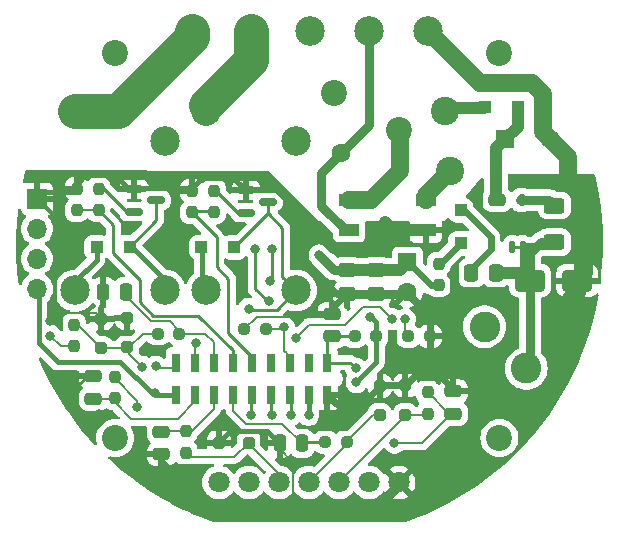
<source format=gbl>
G04 #@! TF.GenerationSoftware,KiCad,Pcbnew,8.0.8*
G04 #@! TF.CreationDate,2025-02-21T01:15:49+03:00*
G04 #@! TF.ProjectId,SMHome_2RelayBoardRound_ESP1M_v7,534d486f-6d65-45f3-9252-656c6179426f,12*
G04 #@! TF.SameCoordinates,Original*
G04 #@! TF.FileFunction,Copper,L2,Bot*
G04 #@! TF.FilePolarity,Positive*
%FSLAX46Y46*%
G04 Gerber Fmt 4.6, Leading zero omitted, Abs format (unit mm)*
G04 Created by KiCad (PCBNEW 8.0.8) date 2025-02-21 01:15:49*
%MOMM*%
%LPD*%
G01*
G04 APERTURE LIST*
G04 Aperture macros list*
%AMRoundRect*
0 Rectangle with rounded corners*
0 $1 Rounding radius*
0 $2 $3 $4 $5 $6 $7 $8 $9 X,Y pos of 4 corners*
0 Add a 4 corners polygon primitive as box body*
4,1,4,$2,$3,$4,$5,$6,$7,$8,$9,$2,$3,0*
0 Add four circle primitives for the rounded corners*
1,1,$1+$1,$2,$3*
1,1,$1+$1,$4,$5*
1,1,$1+$1,$6,$7*
1,1,$1+$1,$8,$9*
0 Add four rect primitives between the rounded corners*
20,1,$1+$1,$2,$3,$4,$5,0*
20,1,$1+$1,$4,$5,$6,$7,0*
20,1,$1+$1,$6,$7,$8,$9,0*
20,1,$1+$1,$8,$9,$2,$3,0*%
%AMHorizOval*
0 Thick line with rounded ends*
0 $1 width*
0 $2 $3 position (X,Y) of the first rounded end (center of the circle)*
0 $4 $5 position (X,Y) of the second rounded end (center of the circle)*
0 Add line between two ends*
20,1,$1,$2,$3,$4,$5,0*
0 Add two circle primitives to create the rounded ends*
1,1,$1,$2,$3*
1,1,$1,$4,$5*%
G04 Aperture macros list end*
G04 #@! TA.AperFunction,ComponentPad*
%ADD10C,1.800000*%
G04 #@! TD*
G04 #@! TA.AperFunction,ComponentPad*
%ADD11R,1.600000X1.600000*%
G04 #@! TD*
G04 #@! TA.AperFunction,ComponentPad*
%ADD12C,1.600000*%
G04 #@! TD*
G04 #@! TA.AperFunction,ComponentPad*
%ADD13C,2.500000*%
G04 #@! TD*
G04 #@! TA.AperFunction,ComponentPad*
%ADD14R,1.700000X1.700000*%
G04 #@! TD*
G04 #@! TA.AperFunction,ComponentPad*
%ADD15O,1.700000X1.700000*%
G04 #@! TD*
G04 #@! TA.AperFunction,ConnectorPad*
%ADD16R,0.800000X1.635000*%
G04 #@! TD*
G04 #@! TA.AperFunction,ComponentPad*
%ADD17C,2.200000*%
G04 #@! TD*
G04 #@! TA.AperFunction,ComponentPad*
%ADD18C,2.600000*%
G04 #@! TD*
G04 #@! TA.AperFunction,ComponentPad*
%ADD19C,2.400000*%
G04 #@! TD*
G04 #@! TA.AperFunction,ComponentPad*
%ADD20HorizOval,2.400000X0.000000X0.000000X0.000000X0.000000X0*%
G04 #@! TD*
G04 #@! TA.AperFunction,SMDPad,CuDef*
%ADD21RoundRect,0.250000X0.475870X-0.248340X0.474124X0.251657X-0.475870X0.248340X-0.474124X-0.251657X0*%
G04 #@! TD*
G04 #@! TA.AperFunction,SMDPad,CuDef*
%ADD22RoundRect,0.237500X0.250000X0.237500X-0.250000X0.237500X-0.250000X-0.237500X0.250000X-0.237500X0*%
G04 #@! TD*
G04 #@! TA.AperFunction,SMDPad,CuDef*
%ADD23RoundRect,0.250000X0.250000X-0.250000X0.250000X0.250000X-0.250000X0.250000X-0.250000X-0.250000X0*%
G04 #@! TD*
G04 #@! TA.AperFunction,SMDPad,CuDef*
%ADD24RoundRect,0.250000X-0.475000X0.250000X-0.475000X-0.250000X0.475000X-0.250000X0.475000X0.250000X0*%
G04 #@! TD*
G04 #@! TA.AperFunction,SMDPad,CuDef*
%ADD25RoundRect,0.237500X-0.250000X-0.237500X0.250000X-0.237500X0.250000X0.237500X-0.250000X0.237500X0*%
G04 #@! TD*
G04 #@! TA.AperFunction,SMDPad,CuDef*
%ADD26RoundRect,0.250000X0.475000X-0.250000X0.475000X0.250000X-0.475000X0.250000X-0.475000X-0.250000X0*%
G04 #@! TD*
G04 #@! TA.AperFunction,SMDPad,CuDef*
%ADD27RoundRect,0.250000X-0.250000X0.250000X-0.250000X-0.250000X0.250000X-0.250000X0.250000X0.250000X0*%
G04 #@! TD*
G04 #@! TA.AperFunction,SMDPad,CuDef*
%ADD28RoundRect,0.250000X-0.475000X0.337500X-0.475000X-0.337500X0.475000X-0.337500X0.475000X0.337500X0*%
G04 #@! TD*
G04 #@! TA.AperFunction,SMDPad,CuDef*
%ADD29RoundRect,0.237500X0.237500X-0.250000X0.237500X0.250000X-0.237500X0.250000X-0.237500X-0.250000X0*%
G04 #@! TD*
G04 #@! TA.AperFunction,SMDPad,CuDef*
%ADD30RoundRect,0.250000X-0.300000X-0.300000X0.300000X-0.300000X0.300000X0.300000X-0.300000X0.300000X0*%
G04 #@! TD*
G04 #@! TA.AperFunction,SMDPad,CuDef*
%ADD31RoundRect,0.237500X-0.237500X0.250000X-0.237500X-0.250000X0.237500X-0.250000X0.237500X0.250000X0*%
G04 #@! TD*
G04 #@! TA.AperFunction,SMDPad,CuDef*
%ADD32RoundRect,0.150000X-0.587500X-0.150000X0.587500X-0.150000X0.587500X0.150000X-0.587500X0.150000X0*%
G04 #@! TD*
G04 #@! TA.AperFunction,SMDPad,CuDef*
%ADD33RoundRect,0.250000X0.300000X0.300000X-0.300000X0.300000X-0.300000X-0.300000X0.300000X-0.300000X0*%
G04 #@! TD*
G04 #@! TA.AperFunction,SMDPad,CuDef*
%ADD34R,1.700000X1.100000*%
G04 #@! TD*
G04 #@! TA.AperFunction,SMDPad,CuDef*
%ADD35RoundRect,0.250000X0.250000X0.475000X-0.250000X0.475000X-0.250000X-0.475000X0.250000X-0.475000X0*%
G04 #@! TD*
G04 #@! TA.AperFunction,SMDPad,CuDef*
%ADD36RoundRect,0.250000X0.250000X0.250000X-0.250000X0.250000X-0.250000X-0.250000X0.250000X-0.250000X0*%
G04 #@! TD*
G04 #@! TA.AperFunction,SMDPad,CuDef*
%ADD37RoundRect,0.250000X-0.300000X0.300000X-0.300000X-0.300000X0.300000X-0.300000X0.300000X0.300000X0*%
G04 #@! TD*
G04 #@! TA.AperFunction,SMDPad,CuDef*
%ADD38RoundRect,0.125000X0.125000X-0.375000X0.125000X0.375000X-0.125000X0.375000X-0.125000X-0.375000X0*%
G04 #@! TD*
G04 #@! TA.AperFunction,SMDPad,CuDef*
%ADD39RoundRect,0.250000X-0.475000X-0.250000X0.475000X-0.250000X0.475000X0.250000X-0.475000X0.250000X0*%
G04 #@! TD*
G04 #@! TA.AperFunction,SMDPad,CuDef*
%ADD40RoundRect,0.175000X0.175000X-0.325000X0.175000X0.325000X-0.175000X0.325000X-0.175000X-0.325000X0*%
G04 #@! TD*
G04 #@! TA.AperFunction,SMDPad,CuDef*
%ADD41RoundRect,0.250000X-0.337500X-0.475000X0.337500X-0.475000X0.337500X0.475000X-0.337500X0.475000X0*%
G04 #@! TD*
G04 #@! TA.AperFunction,SMDPad,CuDef*
%ADD42RoundRect,0.250000X-0.625000X0.400000X-0.625000X-0.400000X0.625000X-0.400000X0.625000X0.400000X0*%
G04 #@! TD*
G04 #@! TA.AperFunction,SMDPad,CuDef*
%ADD43RoundRect,0.250000X-1.000000X-0.650000X1.000000X-0.650000X1.000000X0.650000X-1.000000X0.650000X0*%
G04 #@! TD*
G04 #@! TA.AperFunction,ViaPad*
%ADD44C,0.800000*%
G04 #@! TD*
G04 #@! TA.AperFunction,Conductor*
%ADD45C,1.500000*%
G04 #@! TD*
G04 #@! TA.AperFunction,Conductor*
%ADD46C,0.600000*%
G04 #@! TD*
G04 #@! TA.AperFunction,Conductor*
%ADD47C,0.250000*%
G04 #@! TD*
G04 #@! TA.AperFunction,Conductor*
%ADD48C,0.200000*%
G04 #@! TD*
G04 #@! TA.AperFunction,Conductor*
%ADD49C,0.400000*%
G04 #@! TD*
G04 #@! TA.AperFunction,Conductor*
%ADD50C,1.000000*%
G04 #@! TD*
G04 #@! TA.AperFunction,Conductor*
%ADD51C,0.300000*%
G04 #@! TD*
G04 #@! TA.AperFunction,Conductor*
%ADD52C,0.800000*%
G04 #@! TD*
G04 #@! TA.AperFunction,Conductor*
%ADD53C,3.000000*%
G04 #@! TD*
G04 #@! TA.AperFunction,Conductor*
%ADD54C,2.500000*%
G04 #@! TD*
G04 APERTURE END LIST*
D10*
X140743600Y-125099400D03*
X143283600Y-125099400D03*
X145823600Y-125099400D03*
X148363600Y-125099400D03*
X150903600Y-125099400D03*
X153443600Y-125099400D03*
X155983600Y-125099400D03*
D11*
X165000949Y-96029400D03*
D12*
X168800949Y-96029400D03*
D13*
X128590040Y-93606620D03*
X136187180Y-96146620D03*
X128590040Y-108844080D03*
X136187180Y-108844080D03*
D14*
X125349000Y-101076600D03*
D15*
X125349000Y-103616600D03*
X125349000Y-106156600D03*
X125349000Y-108696600D03*
D16*
X149943600Y-117656600D03*
X148343600Y-117656600D03*
X146743600Y-117656600D03*
X145143600Y-117656600D03*
X143543600Y-117656600D03*
X141943600Y-117656600D03*
X140343600Y-117656600D03*
X138743600Y-117656600D03*
X137143600Y-117656600D03*
X137143600Y-114956600D03*
X138743600Y-114956600D03*
X140343600Y-114956600D03*
X141943600Y-114956600D03*
X143543600Y-114956600D03*
X145143600Y-114956600D03*
X146743600Y-114956600D03*
X148343600Y-114956600D03*
X149943600Y-114956600D03*
D12*
X156083600Y-98429400D03*
X151083600Y-97229400D03*
D17*
X164503100Y-88760300D03*
X150478000Y-92083000D03*
X156015200Y-95283400D03*
X164503100Y-121338500D03*
D13*
X158488400Y-86842600D03*
X153488400Y-86842600D03*
X148488400Y-86842600D03*
X143488400Y-86842600D03*
X138488400Y-86842600D03*
D17*
X131978400Y-88760300D03*
D18*
X166776400Y-115443000D03*
X163240866Y-111907466D03*
D19*
X159907981Y-93652068D03*
D20*
X160350732Y-98712737D03*
D11*
X156718000Y-106451400D03*
D12*
X156718000Y-108951400D03*
D13*
X139689840Y-93606620D03*
X147286980Y-96146620D03*
X139689840Y-108844080D03*
X147286980Y-108844080D03*
D17*
X131978400Y-121338500D03*
D21*
X150345916Y-112709994D03*
X150339284Y-110810006D03*
D22*
X151585300Y-121691400D03*
X149760300Y-121691400D03*
D23*
X156540200Y-119385400D03*
X156540200Y-116885400D03*
D24*
X135890000Y-120817600D03*
X135890000Y-122717600D03*
D25*
X156796100Y-112725200D03*
X158621100Y-112725200D03*
D26*
X160604200Y-119288600D03*
X160604200Y-117388600D03*
D27*
X130810000Y-111221201D03*
X130810000Y-113721199D03*
D28*
X154076400Y-107090300D03*
X154076400Y-109165300D03*
D29*
X158419800Y-119301900D03*
X158419800Y-117476900D03*
D30*
X139265200Y-105181400D03*
X142065200Y-105181400D03*
X130400600Y-105181400D03*
X133200600Y-105181400D03*
D31*
X138455400Y-100408100D03*
X138455400Y-102233100D03*
D29*
X140343600Y-102231900D03*
X140343600Y-100406900D03*
D31*
X128498600Y-111761900D03*
X128498600Y-113586900D03*
D29*
X130573600Y-102071900D03*
X130573600Y-100246900D03*
X131953000Y-117981100D03*
X131953000Y-116156100D03*
D32*
X143029700Y-102270600D03*
X143029700Y-100370600D03*
X144904700Y-101320600D03*
D29*
X159359600Y-108405300D03*
X159359600Y-106580300D03*
D33*
X166042800Y-93345000D03*
X163242800Y-93345000D03*
D28*
X151638000Y-107090300D03*
X151638000Y-109165300D03*
D34*
X158258200Y-101224800D03*
X158258200Y-103764800D03*
X151758200Y-103764800D03*
X151758200Y-101224800D03*
D31*
X128703600Y-100246900D03*
X128703600Y-102071900D03*
D35*
X132877600Y-108940600D03*
X130977600Y-108940600D03*
D23*
X154381200Y-119410800D03*
X154381200Y-116910800D03*
D25*
X152249500Y-112725200D03*
X154074500Y-112725200D03*
D36*
X143261399Y-121716800D03*
X140761401Y-121716800D03*
D35*
X147787399Y-121793000D03*
X145887401Y-121793000D03*
D27*
X132994400Y-111170401D03*
X132994400Y-113670399D03*
D37*
X161239200Y-102054200D03*
X161239200Y-104854200D03*
D38*
X166473600Y-105176900D03*
X165573600Y-105176900D03*
X163773600Y-105176900D03*
D39*
X164313600Y-101176900D03*
D40*
X166373600Y-101176900D03*
D25*
X135587100Y-112496600D03*
X137412100Y-112496600D03*
X142902300Y-112141000D03*
X144727300Y-112141000D03*
D41*
X162136100Y-107349400D03*
X164211100Y-107349400D03*
D42*
X169164000Y-101650200D03*
X169164000Y-104750200D03*
D26*
X130124200Y-118018600D03*
X130124200Y-116118600D03*
D29*
X137947400Y-122578500D03*
X137947400Y-120753500D03*
D43*
X167083600Y-108009400D03*
X171083600Y-108009400D03*
D32*
X133580900Y-102169000D03*
X133580900Y-100269000D03*
X135455900Y-101219000D03*
D44*
X126434800Y-111436200D03*
X159258000Y-115798600D03*
X169316400Y-110820200D03*
X169214800Y-113157000D03*
X169265600Y-111887000D03*
X141071600Y-120015000D03*
X170586400Y-110820200D03*
X154711400Y-122758200D03*
X170586400Y-111937800D03*
X148877800Y-103623600D03*
X170535600Y-113207800D03*
X154813000Y-103022400D03*
X130632200Y-119303800D03*
X135382000Y-117551200D03*
X152385600Y-116625800D03*
X153543000Y-111074200D03*
X148343600Y-119405400D03*
X156514800Y-111277400D03*
X149250400Y-105841800D03*
X152349200Y-115443000D03*
X145237200Y-119405400D03*
X144997000Y-109753400D03*
X143807608Y-105329800D03*
X146823600Y-119405400D03*
X145084763Y-108076963D03*
X145213600Y-105349400D03*
X143267400Y-110388400D03*
X147243800Y-112903000D03*
X155448000Y-111277400D03*
X138785600Y-113309400D03*
X155600400Y-121742200D03*
X143463600Y-119405400D03*
X146278600Y-111963200D03*
X135407400Y-115265200D03*
X133832600Y-118745000D03*
X134264400Y-115290600D03*
X126492000Y-112674400D03*
D45*
X171704000Y-107389000D02*
X171083600Y-108009400D01*
D46*
X148082000Y-104597200D02*
X148082000Y-106502200D01*
D47*
X129575600Y-116118600D02*
X130124200Y-116118600D01*
D45*
X169265600Y-111887000D02*
X170586400Y-111937800D01*
D46*
X155983600Y-125473800D02*
X154330400Y-127127000D01*
D48*
X132943600Y-111221201D02*
X132994400Y-111170401D01*
D49*
X141923600Y-99279400D02*
X143014800Y-100370600D01*
D50*
X154813000Y-103022400D02*
X155555400Y-103764800D01*
D45*
X169316400Y-110820200D02*
X169265600Y-111887000D01*
D50*
X155555400Y-103764800D02*
X158258200Y-103764800D01*
D45*
X170586400Y-110820200D02*
X170586400Y-109550200D01*
D48*
X142902300Y-112141000D02*
X143969100Y-111074200D01*
D50*
X154381200Y-105283000D02*
X150537200Y-105283000D01*
D49*
X138455400Y-100320600D02*
X138455400Y-100177600D01*
D46*
X158621100Y-115161700D02*
X158621100Y-112725200D01*
D48*
X147023600Y-123427000D02*
X147023600Y-126839200D01*
D46*
X146735800Y-127127000D02*
X139700000Y-127127000D01*
D49*
X148877800Y-103623600D02*
X145624800Y-100370600D01*
D46*
X135890000Y-123317000D02*
X135890000Y-122717600D01*
D45*
X170586400Y-111937800D02*
X170586400Y-110820200D01*
X171704000Y-100609400D02*
X171704000Y-107389000D01*
X168223600Y-92219400D02*
X168223600Y-95412051D01*
D46*
X154381200Y-116910800D02*
X152831800Y-118460200D01*
X148877800Y-103801400D02*
X148082000Y-104597200D01*
D49*
X125349000Y-101076600D02*
X125917800Y-100507800D01*
X139353600Y-99279400D02*
X141923600Y-99279400D01*
D47*
X128701800Y-116992400D02*
X129575600Y-116118600D01*
D49*
X128703600Y-100246900D02*
X128703600Y-99819400D01*
D51*
X138287000Y-100152200D02*
X138455400Y-100320600D01*
D45*
X170586400Y-109550200D02*
X171083600Y-109053000D01*
D50*
X154813000Y-103022400D02*
X154813000Y-104851200D01*
X150537200Y-105283000D02*
X148877800Y-103623600D01*
D46*
X148877800Y-103623600D02*
X148877800Y-103801400D01*
D52*
X156504100Y-109165300D02*
X156718000Y-108951400D01*
D46*
X150745100Y-109165300D02*
X151638000Y-109165300D01*
D48*
X130853501Y-111177700D02*
X130810000Y-111221201D01*
X143969100Y-111074200D02*
X150075090Y-111074200D01*
D51*
X126434800Y-111436200D02*
X126847600Y-111023400D01*
D45*
X158488400Y-86911200D02*
X162864800Y-91287600D01*
X168223600Y-95412051D02*
X170322149Y-97510600D01*
D46*
X155983600Y-125099400D02*
X155983600Y-125473800D01*
X150747200Y-118460200D02*
X149943600Y-117656600D01*
D48*
X130810000Y-111221201D02*
X132943600Y-111221201D01*
D45*
X167291800Y-91287600D02*
X168223600Y-92219400D01*
D52*
X151638000Y-109165300D02*
X154076400Y-109165300D01*
D49*
X141561401Y-120916800D02*
X141752001Y-120726200D01*
D48*
X130810000Y-111221201D02*
X130358199Y-110769400D01*
D49*
X140761401Y-121716800D02*
X141561401Y-120916800D01*
X133697700Y-100152200D02*
X133580900Y-100269000D01*
D45*
X162864800Y-91287600D02*
X167291800Y-91287600D01*
X171083600Y-109053000D02*
X171083600Y-108009400D01*
D51*
X126847600Y-102575200D02*
X125349000Y-101076600D01*
D46*
X151514900Y-109165300D02*
X150339284Y-110340916D01*
D49*
X129433600Y-99089400D02*
X131931600Y-99089400D01*
D48*
X130358199Y-110769400D02*
X127101600Y-110769400D01*
D46*
X148082000Y-106502200D02*
X150745100Y-109165300D01*
D49*
X138455400Y-100177600D02*
X139353600Y-99279400D01*
D45*
X169316400Y-110820200D02*
X169316400Y-110820200D01*
D49*
X136804400Y-100152200D02*
X138287000Y-100152200D01*
D46*
X159258000Y-115798600D02*
X158621100Y-115161700D01*
D47*
X130632200Y-119303800D02*
X130606800Y-119329200D01*
D46*
X151638000Y-109165300D02*
X151514900Y-109165300D01*
D48*
X131183701Y-111177700D02*
X130853501Y-111177700D01*
D45*
X170322149Y-97510600D02*
X170322149Y-99227549D01*
D46*
X159258000Y-115798600D02*
X160604200Y-117144800D01*
D49*
X128703600Y-99819400D02*
X129433600Y-99089400D01*
X141752001Y-120726200D02*
X144820601Y-120726200D01*
X131931600Y-99089400D02*
X133111200Y-100269000D01*
D46*
X152831800Y-118460200D02*
X150747200Y-118460200D01*
D49*
X136804400Y-100152200D02*
X133697700Y-100152200D01*
D46*
X160604200Y-117144800D02*
X160604200Y-117388600D01*
D49*
X138403800Y-100269000D02*
X138455400Y-100320600D01*
X125917800Y-100507800D02*
X128525200Y-100507800D01*
D46*
X154330400Y-127127000D02*
X146735800Y-127127000D01*
D47*
X128701800Y-118618000D02*
X128701800Y-116992400D01*
X130632200Y-119303800D02*
X129387600Y-119303800D01*
D50*
X154813000Y-104851200D02*
X154381200Y-105283000D01*
D49*
X143014800Y-100370600D02*
X143029700Y-100370600D01*
D48*
X127101600Y-110769400D02*
X126434800Y-111436200D01*
D45*
X158488400Y-86842600D02*
X158488400Y-86911200D01*
D48*
X130977600Y-111053601D02*
X130810000Y-111221201D01*
X145887401Y-122290801D02*
X147023600Y-123427000D01*
D45*
X170322149Y-99227549D02*
X171704000Y-100609400D01*
D46*
X159258000Y-115798600D02*
X157627000Y-115798600D01*
X156718000Y-108951400D02*
X156718000Y-109143800D01*
D47*
X129387600Y-119303800D02*
X128701800Y-118618000D01*
D46*
X156540200Y-116885400D02*
X154406600Y-116885400D01*
D52*
X154076400Y-109165300D02*
X156504100Y-109165300D01*
D49*
X133111200Y-100269000D02*
X133580900Y-100269000D01*
D48*
X150075090Y-111074200D02*
X150339284Y-110810006D01*
X145887401Y-121793000D02*
X145887401Y-122290801D01*
X130977600Y-108940600D02*
X130977600Y-111053601D01*
D46*
X158621100Y-111046900D02*
X158621100Y-112725200D01*
X156718000Y-109143800D02*
X158621100Y-111046900D01*
D49*
X144820601Y-120726200D02*
X145887401Y-121793000D01*
D51*
X126847600Y-111023400D02*
X126847600Y-102575200D01*
D46*
X157627000Y-115798600D02*
X156540200Y-116885400D01*
D48*
X147023600Y-126839200D02*
X146735800Y-127127000D01*
D46*
X139700000Y-127127000D02*
X135890000Y-123317000D01*
X154406600Y-116885400D02*
X154381200Y-116910800D01*
D49*
X145624800Y-100370600D02*
X143029700Y-100370600D01*
X128525200Y-100507800D02*
X128698600Y-100334400D01*
D46*
X150339284Y-110340916D02*
X150339284Y-110810006D01*
D47*
X134061200Y-107924600D02*
X131826000Y-105689400D01*
X141943600Y-113902000D02*
X139014200Y-110972600D01*
X141943600Y-114956600D02*
X141943600Y-113902000D01*
D48*
X141918600Y-115209400D02*
X141918600Y-115426900D01*
D47*
X139014200Y-110972600D02*
X135204200Y-110972600D01*
X131826000Y-105689400D02*
X131826000Y-103324300D01*
X131826000Y-103324300D02*
X130573600Y-102071900D01*
X135204200Y-110972600D02*
X134061200Y-109829600D01*
X134061200Y-109829600D02*
X134061200Y-107924600D01*
D48*
X128703600Y-102071900D02*
X130573600Y-102071900D01*
D45*
X158258200Y-101224800D02*
X158258200Y-100779800D01*
X158258200Y-100779800D02*
X160263600Y-98774400D01*
D53*
X128590040Y-93606620D02*
X132224780Y-93606620D01*
X132224780Y-93606620D02*
X138488400Y-87343000D01*
X138488400Y-87343000D02*
X138488400Y-86842600D01*
D49*
X153593800Y-111074200D02*
X154074500Y-111554900D01*
X154074500Y-114936900D02*
X152385600Y-116625800D01*
X125526800Y-108874400D02*
X125349000Y-108696600D01*
X127127000Y-114909600D02*
X125526800Y-113309400D01*
X153543000Y-111074200D02*
X153593800Y-111074200D01*
X135051800Y-117551200D02*
X132410200Y-114909600D01*
X154074500Y-112725200D02*
X154074500Y-114936900D01*
X132410200Y-114909600D02*
X127127000Y-114909600D01*
X135382000Y-117551200D02*
X135487400Y-117656600D01*
X154074500Y-111554900D02*
X154074500Y-112725200D01*
X148343600Y-119405400D02*
X148343600Y-118149400D01*
X135487400Y-117656600D02*
X137143600Y-117656600D01*
X135382000Y-117551200D02*
X135051800Y-117551200D01*
X125526800Y-113309400D02*
X125526800Y-108874400D01*
D48*
X156514800Y-112443900D02*
X156796100Y-112725200D01*
X156514800Y-111277400D02*
X156514800Y-112443900D01*
D50*
X159907981Y-93652068D02*
X160164249Y-93395800D01*
X160164249Y-93395800D02*
X163192000Y-93395800D01*
X163192000Y-93395800D02*
X163242800Y-93345000D01*
D52*
X151083600Y-97229400D02*
X153488400Y-94824600D01*
X149377400Y-101650800D02*
X151491400Y-103764800D01*
X153488400Y-94824600D02*
X153488400Y-86842600D01*
X151491400Y-103764800D02*
X151758200Y-103764800D01*
X151083600Y-97229400D02*
X149377400Y-98935600D01*
X149377400Y-98935600D02*
X149377400Y-101650800D01*
X156768800Y-106451400D02*
X156718000Y-106451400D01*
D49*
X139015200Y-105181400D02*
X139344400Y-105510600D01*
X139344400Y-108498640D02*
X139689840Y-108844080D01*
D52*
X151739600Y-107090300D02*
X151638000Y-107090300D01*
D50*
X154076400Y-107090300D02*
X151638000Y-107090300D01*
D46*
X158722700Y-108405300D02*
X156768800Y-106451400D01*
D50*
X156079100Y-107090300D02*
X156718000Y-106451400D01*
D49*
X128574800Y-108077000D02*
X128574800Y-108828840D01*
X128574800Y-108828840D02*
X128590040Y-108844080D01*
D52*
X151856100Y-107206800D02*
X151739600Y-107090300D01*
X149250400Y-105841800D02*
X150498900Y-107090300D01*
D49*
X130400600Y-106251200D02*
X128574800Y-108077000D01*
D50*
X154076400Y-107090300D02*
X156079100Y-107090300D01*
D52*
X150498900Y-107090300D02*
X151638000Y-107090300D01*
D46*
X159359600Y-108405300D02*
X158722700Y-108405300D01*
D49*
X130400600Y-105181400D02*
X130400600Y-106251200D01*
X139344400Y-105510600D02*
X139344400Y-108498640D01*
D47*
X149943600Y-114956600D02*
X149943600Y-113112310D01*
X151862800Y-114956600D02*
X149943600Y-114956600D01*
X152234294Y-112709994D02*
X152249500Y-112725200D01*
X152349200Y-115443000D02*
X151862800Y-114956600D01*
X149943600Y-113112310D02*
X150345916Y-112709994D01*
X150345916Y-112709994D02*
X152234294Y-112709994D01*
D48*
X150085000Y-115443000D02*
X149918600Y-115609400D01*
D47*
X144881600Y-109753400D02*
X143814800Y-108686600D01*
X145237200Y-119405400D02*
X145143600Y-119311800D01*
X143814800Y-108686600D02*
X143814800Y-105336992D01*
X145143600Y-119311800D02*
X145143600Y-118149400D01*
X143814800Y-105336992D02*
X143807608Y-105329800D01*
X144997000Y-109753400D02*
X144881600Y-109753400D01*
X146823600Y-119405400D02*
X146823600Y-118229400D01*
X146823600Y-118229400D02*
X146743600Y-118149400D01*
X145213600Y-107948126D02*
X145213600Y-105349400D01*
X145084763Y-108076963D02*
X145213600Y-107948126D01*
D46*
X163773600Y-104339400D02*
X163773600Y-105369400D01*
X163773600Y-105369400D02*
X162136100Y-107006900D01*
X161488400Y-102054200D02*
X163773600Y-104339400D01*
X161239200Y-102054200D02*
X161488400Y-102054200D01*
X162136100Y-107006900D02*
X162136100Y-107349400D01*
D52*
X167083600Y-105687000D02*
X168020400Y-104750200D01*
D50*
X164211100Y-107349400D02*
X164973600Y-107349400D01*
D47*
X165573600Y-105176900D02*
X166473600Y-105176900D01*
D52*
X168020400Y-104750200D02*
X169164000Y-104750200D01*
D50*
X166423600Y-107349400D02*
X167083600Y-108009400D01*
D52*
X166624000Y-105327300D02*
X166473600Y-105176900D01*
X167083600Y-108009400D02*
X167083600Y-115135800D01*
X167083600Y-115135800D02*
X166776400Y-115443000D01*
X166624000Y-107549800D02*
X166624000Y-105327300D01*
D46*
X166545300Y-105105200D02*
X168809000Y-105105200D01*
D52*
X167083600Y-108009400D02*
X166624000Y-107549800D01*
D46*
X166473600Y-105176900D02*
X166545300Y-105105200D01*
X168809000Y-105105200D02*
X169164000Y-104750200D01*
D52*
X167083600Y-108009400D02*
X167083600Y-105687000D01*
D50*
X164211100Y-107349400D02*
X166423600Y-107349400D01*
D49*
X133200600Y-105181400D02*
X133375400Y-105181400D01*
D47*
X133200600Y-105181400D02*
X133200600Y-105127600D01*
D49*
X133375400Y-105181400D02*
X136187180Y-107993180D01*
D47*
X135455900Y-102872300D02*
X135455900Y-101219000D01*
X133200600Y-105127600D02*
X135455900Y-102872300D01*
D49*
X136187180Y-107993180D02*
X136187180Y-108844080D01*
D47*
X144904700Y-101320600D02*
X144932400Y-101348300D01*
X144859200Y-102387400D02*
X142315200Y-104931400D01*
X144932400Y-102387400D02*
X144983200Y-102387400D01*
X143267400Y-110388400D02*
X143357400Y-110478400D01*
X146133600Y-103537800D02*
X146133600Y-107690700D01*
X144932400Y-102387400D02*
X144859200Y-102387400D01*
X144983200Y-102387400D02*
X146133600Y-103537800D01*
X146133600Y-107690700D02*
X147286980Y-108844080D01*
X142315200Y-104931400D02*
X142315200Y-105181400D01*
X145652660Y-110478400D02*
X147286980Y-108844080D01*
X143357400Y-110478400D02*
X145652660Y-110478400D01*
X144932400Y-101348300D02*
X144932400Y-102387400D01*
D48*
X147243800Y-112903000D02*
X148361400Y-111785400D01*
X151409400Y-111785400D02*
X152933400Y-110261400D01*
X152933400Y-110261400D02*
X154432000Y-110261400D01*
X138743600Y-113351400D02*
X138743600Y-115529400D01*
X148361400Y-111785400D02*
X151409400Y-111785400D01*
X138785600Y-113309400D02*
X138743600Y-113351400D01*
X154432000Y-110261400D02*
X155448000Y-111277400D01*
D50*
X166042800Y-93345000D02*
X166042800Y-94987549D01*
X166042800Y-94987549D02*
X165000949Y-96029400D01*
X164185600Y-96799400D02*
X164185600Y-101048900D01*
X164955600Y-96029400D02*
X164185600Y-96799400D01*
X165000949Y-96029400D02*
X164955600Y-96029400D01*
X164185600Y-101048900D02*
X164313600Y-101176900D01*
D46*
X159513100Y-106580300D02*
X161239200Y-104854200D01*
X159359600Y-106580300D02*
X159513100Y-106580300D01*
D47*
X138456600Y-102144400D02*
X140343600Y-102144400D01*
X140563600Y-104341300D02*
X138455400Y-102233100D01*
X141554200Y-107848400D02*
X140563600Y-106857800D01*
X143543600Y-114435200D02*
X141554200Y-112445800D01*
X141554200Y-112445800D02*
X141554200Y-107848400D01*
X138455400Y-102145600D02*
X138456600Y-102144400D01*
X140563600Y-106857800D02*
X140563600Y-104341300D01*
X143543600Y-114956600D02*
X143543600Y-114435200D01*
X138455400Y-102145600D02*
X138280400Y-102320600D01*
D53*
X143488400Y-86842600D02*
X143488400Y-89302600D01*
D54*
X139689840Y-93101160D02*
X139689840Y-93606620D01*
D53*
X143488400Y-89302600D02*
X139689840Y-93101160D01*
D45*
X156083600Y-98729400D02*
X153588200Y-101224800D01*
X156083600Y-95351800D02*
X156015200Y-95283400D01*
X156083600Y-98429400D02*
X156083600Y-98729400D01*
X153588200Y-101224800D02*
X151758200Y-101224800D01*
X156083600Y-98429400D02*
X156083600Y-95351800D01*
D48*
X134975600Y-111429800D02*
X136600250Y-111429800D01*
X132877600Y-109331800D02*
X134975600Y-111429800D01*
X136600250Y-111429800D02*
X137412100Y-112241650D01*
X137412100Y-112241650D02*
X137412100Y-112496600D01*
X137412100Y-112496600D02*
X139598400Y-112496600D01*
X132877600Y-108940600D02*
X132877600Y-109331800D01*
X139598400Y-112496600D02*
X140343600Y-113241800D01*
X140343600Y-113241800D02*
X140343600Y-114956600D01*
X138455400Y-120753500D02*
X137947400Y-120753500D01*
X137947400Y-120753500D02*
X135954100Y-120753500D01*
X135954100Y-120753500D02*
X135890000Y-120817600D01*
X140343600Y-117656600D02*
X140343600Y-118865300D01*
X140343600Y-118865300D02*
X138455400Y-120753500D01*
X143068829Y-120142000D02*
X146136399Y-120142000D01*
X141943600Y-117656600D02*
X141943600Y-119016771D01*
D47*
X147787399Y-121793000D02*
X147888999Y-121691400D01*
D48*
X146136399Y-120142000D02*
X147787399Y-121793000D01*
X141943600Y-119016771D02*
X143068829Y-120142000D01*
D47*
X147888999Y-121691400D02*
X149760300Y-121691400D01*
D48*
X155600400Y-121742200D02*
X157988000Y-121742200D01*
X160231500Y-119288600D02*
X160604200Y-119288600D01*
X157988000Y-121742200D02*
X160441600Y-119288600D01*
X158419800Y-117476900D02*
X160231500Y-119288600D01*
X160441600Y-119288600D02*
X160604200Y-119288600D01*
D47*
X143463600Y-118229400D02*
X143543600Y-118149400D01*
X143463600Y-119405400D02*
X143463600Y-118229400D01*
D48*
X146507200Y-115215500D02*
X146718600Y-115426900D01*
X146278600Y-111963200D02*
X146278600Y-113944400D01*
X146278600Y-113944400D02*
X146507200Y-114173000D01*
X146507200Y-114173000D02*
X146507200Y-115215500D01*
X144727300Y-112141000D02*
X146100800Y-112141000D01*
X146100800Y-112141000D02*
X146278600Y-111963200D01*
D47*
X130573600Y-100246900D02*
X131057100Y-100246900D01*
X132979200Y-102169000D02*
X133580900Y-102169000D01*
X131057100Y-100246900D02*
X132979200Y-102169000D01*
D48*
X135569100Y-115426900D02*
X137118600Y-115426900D01*
X135407400Y-115265200D02*
X135569100Y-115426900D01*
D47*
X142377200Y-102270600D02*
X143029700Y-102270600D01*
X140343600Y-100494400D02*
X140601000Y-100494400D01*
X140601000Y-100494400D02*
X142377200Y-102270600D01*
D52*
X168682000Y-101168200D02*
X169164000Y-101650200D01*
X166272300Y-101168200D02*
X168682000Y-101168200D01*
X166263600Y-101176900D02*
X166272300Y-101168200D01*
D47*
X148386800Y-114913400D02*
X148343600Y-114956600D01*
D48*
X130124200Y-118018600D02*
X131915500Y-118018600D01*
X137288200Y-119684800D02*
X138743600Y-118229400D01*
X131953000Y-117981100D02*
X131953000Y-118287800D01*
X133350000Y-119684800D02*
X137288200Y-119684800D01*
X131953000Y-118287800D02*
X133350000Y-119684800D01*
X131915500Y-118018600D02*
X131953000Y-117981100D01*
X133832600Y-118160800D02*
X131953000Y-116281200D01*
X133832600Y-118745000D02*
X133832600Y-118160800D01*
X131953000Y-116281200D02*
X131953000Y-116156100D01*
X158336300Y-119385400D02*
X158419800Y-119301900D01*
X150903600Y-125099400D02*
X156540200Y-119462800D01*
X156540200Y-119462800D02*
X156540200Y-119385400D01*
X156540200Y-119385400D02*
X158336300Y-119385400D01*
X128498600Y-111761900D02*
X128850701Y-111761900D01*
X130810000Y-113721199D02*
X132943600Y-113721199D01*
X133172200Y-114198400D02*
X133172200Y-113670400D01*
X134264400Y-115290600D02*
X133172200Y-114198400D01*
X133172200Y-113670400D02*
X134346000Y-112496600D01*
X132943600Y-113721199D02*
X132994399Y-113670400D01*
X128850701Y-111761900D02*
X130810000Y-113721199D01*
X132994399Y-113670400D02*
X133172200Y-113670400D01*
X134346000Y-112496600D02*
X135587100Y-112496600D01*
X151585300Y-121877700D02*
X148363600Y-125099400D01*
X151968200Y-121234200D02*
X153791600Y-119410800D01*
X151968200Y-121308500D02*
X151968200Y-121234200D01*
X151585300Y-121691400D02*
X151585300Y-121877700D01*
X151585300Y-121691400D02*
X151968200Y-121308500D01*
X153791600Y-119410800D02*
X154381200Y-119410800D01*
X126492000Y-112674400D02*
X127404500Y-113586900D01*
X127404500Y-113586900D02*
X128498600Y-113586900D01*
X145823600Y-125099400D02*
X145698800Y-125099400D01*
X142067599Y-122910600D02*
X143261399Y-121716800D01*
X143261399Y-121823799D02*
X145823600Y-124386000D01*
X137947400Y-122578500D02*
X138279500Y-122910600D01*
X138279500Y-122910600D02*
X142067599Y-122910600D01*
X145823600Y-124386000D02*
X145823600Y-125099400D01*
X143261399Y-121716800D02*
X143261399Y-121823799D01*
G04 #@! TA.AperFunction,Conductor*
G36*
X172498455Y-98971014D02*
G01*
X172545138Y-99024504D01*
X172553449Y-99048767D01*
X172737167Y-99840346D01*
X172738187Y-99845169D01*
X172919721Y-100794595D01*
X172920552Y-100799455D01*
X173064806Y-101755266D01*
X173065446Y-101760154D01*
X173172198Y-102720856D01*
X173172647Y-102725765D01*
X173241736Y-103689943D01*
X173241992Y-103694867D01*
X173273310Y-104660996D01*
X173273373Y-104665925D01*
X173266873Y-105632513D01*
X173266744Y-105637442D01*
X173222434Y-106603094D01*
X173222111Y-106608013D01*
X173140063Y-107571126D01*
X173139549Y-107576029D01*
X173062162Y-108196338D01*
X173033881Y-108261459D01*
X172974882Y-108300952D01*
X172903898Y-108302278D01*
X172848036Y-108269835D01*
X172841601Y-108263400D01*
X171337600Y-108263400D01*
X171337600Y-109417400D01*
X172134117Y-109417400D01*
X172134116Y-109417399D01*
X172237918Y-109406794D01*
X172237921Y-109406793D01*
X172406125Y-109351057D01*
X172556939Y-109258034D01*
X172556945Y-109258029D01*
X172687425Y-109127550D01*
X172688344Y-109128469D01*
X172740063Y-109091833D01*
X172810987Y-109088631D01*
X172872384Y-109124281D01*
X172904760Y-109187466D01*
X172905303Y-109231482D01*
X172862082Y-109493893D01*
X172861186Y-109498741D01*
X172666893Y-110445673D01*
X172665807Y-110450482D01*
X172434633Y-111389032D01*
X172433361Y-111393795D01*
X172165636Y-112322625D01*
X172164178Y-112327335D01*
X171860327Y-113244969D01*
X171858686Y-113249618D01*
X171519173Y-114154653D01*
X171517352Y-114159234D01*
X171142679Y-115050333D01*
X171140679Y-115054839D01*
X170731456Y-115930549D01*
X170729282Y-115934974D01*
X170286095Y-116794044D01*
X170283749Y-116798380D01*
X169807320Y-117639410D01*
X169804807Y-117643652D01*
X169295814Y-118465445D01*
X169293137Y-118469584D01*
X168752392Y-119270828D01*
X168749554Y-119274860D01*
X168177892Y-120054319D01*
X168174899Y-120058237D01*
X167573176Y-120814743D01*
X167570033Y-120818540D01*
X166939173Y-121550933D01*
X166935883Y-121554605D01*
X166276852Y-122261760D01*
X166273421Y-122265300D01*
X165587233Y-122946133D01*
X165583666Y-122949536D01*
X164871366Y-123603005D01*
X164867668Y-123606266D01*
X164130368Y-124231356D01*
X164126546Y-124234470D01*
X163365341Y-124830250D01*
X163361400Y-124833212D01*
X162577481Y-125398752D01*
X162573427Y-125401558D01*
X161767980Y-125935999D01*
X161763820Y-125938644D01*
X160938068Y-126441178D01*
X160933807Y-126443658D01*
X160089040Y-126913498D01*
X160084686Y-126915809D01*
X159222200Y-127352235D01*
X159217758Y-127354375D01*
X158338836Y-127756737D01*
X158334314Y-127758701D01*
X157440323Y-128126371D01*
X157435728Y-128128156D01*
X156576532Y-128442815D01*
X156533202Y-128450500D01*
X140291428Y-128450500D01*
X140247932Y-128442754D01*
X139374093Y-128121340D01*
X139369426Y-128119518D01*
X138497174Y-127758701D01*
X138461186Y-127743814D01*
X138456614Y-127741815D01*
X138230538Y-127637586D01*
X137564038Y-127330305D01*
X137559531Y-127328117D01*
X136684053Y-126881464D01*
X136679636Y-126879099D01*
X135822593Y-126397985D01*
X135818273Y-126395446D01*
X135814667Y-126393229D01*
X135185827Y-126006563D01*
X134981011Y-125880624D01*
X134976817Y-125877929D01*
X134160689Y-125330231D01*
X134156602Y-125327368D01*
X133362917Y-124747674D01*
X133358930Y-124744639D01*
X132588912Y-124133845D01*
X132585049Y-124130654D01*
X132335740Y-123916209D01*
X131839898Y-123489707D01*
X131836192Y-123486389D01*
X131423560Y-123101884D01*
X131387360Y-123040811D01*
X131388180Y-123018116D01*
X134657000Y-123018116D01*
X134667605Y-123121918D01*
X134667606Y-123121921D01*
X134723342Y-123290125D01*
X134816365Y-123440939D01*
X134816370Y-123440945D01*
X134941654Y-123566229D01*
X134941660Y-123566234D01*
X135092474Y-123659257D01*
X135260678Y-123714993D01*
X135260681Y-123714994D01*
X135364483Y-123725599D01*
X135364483Y-123725600D01*
X135636000Y-123725600D01*
X135636000Y-122971600D01*
X134657000Y-122971600D01*
X134657000Y-123018116D01*
X131388180Y-123018116D01*
X131389924Y-122969861D01*
X131430440Y-122911560D01*
X131496044Y-122884419D01*
X131538867Y-122887183D01*
X131725997Y-122932109D01*
X131978400Y-122951974D01*
X132230803Y-122932109D01*
X132476991Y-122873005D01*
X132710902Y-122776116D01*
X132926776Y-122643828D01*
X133119298Y-122479398D01*
X133283728Y-122286876D01*
X133416016Y-122071002D01*
X133512905Y-121837091D01*
X133572009Y-121590903D01*
X133591874Y-121338500D01*
X133572009Y-121086097D01*
X133512905Y-120839909D01*
X133416016Y-120605998D01*
X133341951Y-120485135D01*
X133323412Y-120416602D01*
X133344868Y-120348925D01*
X133399507Y-120303592D01*
X133449383Y-120293300D01*
X134539831Y-120293300D01*
X134607952Y-120313302D01*
X134654445Y-120366958D01*
X134665178Y-120432105D01*
X134659761Y-120485135D01*
X134656500Y-120517055D01*
X134656500Y-121118144D01*
X134667112Y-121222025D01*
X134722885Y-121390338D01*
X134815970Y-121541252D01*
X134815975Y-121541258D01*
X134941345Y-121666628D01*
X134944450Y-121669083D01*
X134946027Y-121671310D01*
X134946537Y-121671820D01*
X134946449Y-121671907D01*
X134985481Y-121727022D01*
X134988673Y-121797947D01*
X134953014Y-121859339D01*
X134944454Y-121866757D01*
X134941654Y-121868970D01*
X134816370Y-121994254D01*
X134816365Y-121994260D01*
X134723342Y-122145074D01*
X134667606Y-122313278D01*
X134667605Y-122313281D01*
X134657000Y-122417083D01*
X134657000Y-122463600D01*
X135764000Y-122463600D01*
X135832121Y-122483602D01*
X135878614Y-122537258D01*
X135890000Y-122589600D01*
X135890000Y-122717600D01*
X136018000Y-122717600D01*
X136086121Y-122737602D01*
X136132614Y-122791258D01*
X136144000Y-122843600D01*
X136144000Y-123725600D01*
X136415517Y-123725600D01*
X136415516Y-123725599D01*
X136519318Y-123714994D01*
X136519321Y-123714993D01*
X136687525Y-123659257D01*
X136838339Y-123566234D01*
X136838345Y-123566229D01*
X136963629Y-123440945D01*
X136963634Y-123440939D01*
X136995837Y-123388729D01*
X137048622Y-123341250D01*
X137118697Y-123329846D01*
X137183813Y-123358137D01*
X137192174Y-123365779D01*
X137244047Y-123417652D01*
X137244053Y-123417657D01*
X137244054Y-123417658D01*
X137392480Y-123509209D01*
X137558019Y-123564062D01*
X137660187Y-123574500D01*
X138234612Y-123574499D01*
X138336781Y-123564062D01*
X138453171Y-123525495D01*
X138492803Y-123519100D01*
X140253923Y-123519100D01*
X140322044Y-123539102D01*
X140368537Y-123592758D01*
X140378641Y-123663032D01*
X140349147Y-123727612D01*
X140294835Y-123764273D01*
X140175876Y-123805111D01*
X140175873Y-123805113D01*
X139970585Y-123916209D01*
X139970583Y-123916210D01*
X139786378Y-124059582D01*
X139786374Y-124059586D01*
X139628285Y-124231316D01*
X139500615Y-124426731D01*
X139406852Y-124640489D01*
X139406849Y-124640496D01*
X139349550Y-124866766D01*
X139349549Y-124866772D01*
X139349549Y-124866774D01*
X139330273Y-125099400D01*
X139349401Y-125330242D01*
X139349550Y-125332033D01*
X139406849Y-125558303D01*
X139406852Y-125558310D01*
X139500615Y-125772068D01*
X139628285Y-125967483D01*
X139786374Y-126139213D01*
X139786378Y-126139217D01*
X139852250Y-126190487D01*
X139970583Y-126282590D01*
X140175873Y-126393687D01*
X140396649Y-126469480D01*
X140626888Y-126507900D01*
X140626892Y-126507900D01*
X140860308Y-126507900D01*
X140860312Y-126507900D01*
X141090551Y-126469480D01*
X141311327Y-126393687D01*
X141516617Y-126282590D01*
X141700820Y-126139218D01*
X141858914Y-125967483D01*
X141908117Y-125892171D01*
X141962120Y-125846083D01*
X142032468Y-125836508D01*
X142096825Y-125866485D01*
X142119083Y-125892172D01*
X142168285Y-125967483D01*
X142326374Y-126139213D01*
X142326378Y-126139217D01*
X142392250Y-126190487D01*
X142510583Y-126282590D01*
X142715873Y-126393687D01*
X142936649Y-126469480D01*
X143166888Y-126507900D01*
X143166892Y-126507900D01*
X143400308Y-126507900D01*
X143400312Y-126507900D01*
X143630551Y-126469480D01*
X143851327Y-126393687D01*
X144056617Y-126282590D01*
X144240820Y-126139218D01*
X144398914Y-125967483D01*
X144448117Y-125892171D01*
X144502120Y-125846083D01*
X144572468Y-125836508D01*
X144636825Y-125866485D01*
X144659083Y-125892172D01*
X144708285Y-125967483D01*
X144866374Y-126139213D01*
X144866378Y-126139217D01*
X144932250Y-126190487D01*
X145050583Y-126282590D01*
X145255873Y-126393687D01*
X145476649Y-126469480D01*
X145706888Y-126507900D01*
X145706892Y-126507900D01*
X145940308Y-126507900D01*
X145940312Y-126507900D01*
X146170551Y-126469480D01*
X146391327Y-126393687D01*
X146596617Y-126282590D01*
X146780820Y-126139218D01*
X146938914Y-125967483D01*
X146988117Y-125892171D01*
X147042120Y-125846083D01*
X147112468Y-125836508D01*
X147176825Y-125866485D01*
X147199083Y-125892172D01*
X147248285Y-125967483D01*
X147406374Y-126139213D01*
X147406378Y-126139217D01*
X147472250Y-126190487D01*
X147590583Y-126282590D01*
X147795873Y-126393687D01*
X148016649Y-126469480D01*
X148246888Y-126507900D01*
X148246892Y-126507900D01*
X148480308Y-126507900D01*
X148480312Y-126507900D01*
X148710551Y-126469480D01*
X148931327Y-126393687D01*
X149136617Y-126282590D01*
X149320820Y-126139218D01*
X149478914Y-125967483D01*
X149528117Y-125892171D01*
X149582120Y-125846083D01*
X149652468Y-125836508D01*
X149716825Y-125866485D01*
X149739083Y-125892172D01*
X149788285Y-125967483D01*
X149946374Y-126139213D01*
X149946378Y-126139217D01*
X150012250Y-126190487D01*
X150130583Y-126282590D01*
X150335873Y-126393687D01*
X150556649Y-126469480D01*
X150786888Y-126507900D01*
X150786892Y-126507900D01*
X151020308Y-126507900D01*
X151020312Y-126507900D01*
X151250551Y-126469480D01*
X151471327Y-126393687D01*
X151676617Y-126282590D01*
X151860820Y-126139218D01*
X152018914Y-125967483D01*
X152068117Y-125892171D01*
X152122120Y-125846083D01*
X152192468Y-125836508D01*
X152256825Y-125866485D01*
X152279083Y-125892172D01*
X152328285Y-125967483D01*
X152486374Y-126139213D01*
X152486378Y-126139217D01*
X152552250Y-126190487D01*
X152670583Y-126282590D01*
X152875873Y-126393687D01*
X153096649Y-126469480D01*
X153326888Y-126507900D01*
X153326892Y-126507900D01*
X153560308Y-126507900D01*
X153560312Y-126507900D01*
X153790551Y-126469480D01*
X154011327Y-126393687D01*
X154216617Y-126282590D01*
X154400820Y-126139218D01*
X154558914Y-125967483D01*
X154608415Y-125891714D01*
X154662416Y-125845628D01*
X154732764Y-125836052D01*
X154797122Y-125866028D01*
X154819380Y-125891715D01*
X154824395Y-125899391D01*
X154824396Y-125899391D01*
X155458616Y-125265171D01*
X155471082Y-125311692D01*
X155543490Y-125437108D01*
X155645892Y-125539510D01*
X155771308Y-125611918D01*
X155817826Y-125624382D01*
X155182280Y-126259928D01*
X155182281Y-126259929D01*
X155210849Y-126282165D01*
X155210858Y-126282171D01*
X155416074Y-126393227D01*
X155416077Y-126393229D01*
X155636767Y-126468992D01*
X155636776Y-126468994D01*
X155866934Y-126507400D01*
X156100266Y-126507400D01*
X156330423Y-126468994D01*
X156330432Y-126468992D01*
X156551122Y-126393229D01*
X156551125Y-126393227D01*
X156756338Y-126282172D01*
X156784917Y-126259928D01*
X156149372Y-125624382D01*
X156195892Y-125611918D01*
X156321308Y-125539510D01*
X156423710Y-125437108D01*
X156496118Y-125311692D01*
X156508583Y-125265171D01*
X157142803Y-125899391D01*
X157226144Y-125771827D01*
X157319873Y-125558147D01*
X157319875Y-125558143D01*
X157377155Y-125331949D01*
X157396425Y-125099400D01*
X157377155Y-124866850D01*
X157319875Y-124640656D01*
X157319873Y-124640652D01*
X157226147Y-124426978D01*
X157226140Y-124426966D01*
X157142802Y-124299407D01*
X156508582Y-124933626D01*
X156496118Y-124887108D01*
X156423710Y-124761692D01*
X156321308Y-124659290D01*
X156195892Y-124586882D01*
X156149371Y-124574416D01*
X156784918Y-123938870D01*
X156756343Y-123916629D01*
X156756341Y-123916628D01*
X156551125Y-123805572D01*
X156551122Y-123805570D01*
X156330432Y-123729807D01*
X156330423Y-123729805D01*
X156100266Y-123691400D01*
X155866934Y-123691400D01*
X155636776Y-123729805D01*
X155636767Y-123729807D01*
X155416077Y-123805570D01*
X155416074Y-123805572D01*
X155210859Y-123916627D01*
X155182281Y-123938870D01*
X155182280Y-123938870D01*
X155817827Y-124574417D01*
X155771308Y-124586882D01*
X155645892Y-124659290D01*
X155543490Y-124761692D01*
X155471082Y-124887108D01*
X155458617Y-124933627D01*
X154824396Y-124299406D01*
X154824395Y-124299407D01*
X154819380Y-124307084D01*
X154765376Y-124353172D01*
X154695028Y-124362747D01*
X154630671Y-124332770D01*
X154608418Y-124307088D01*
X154558914Y-124231317D01*
X154558911Y-124231314D01*
X154558910Y-124231312D01*
X154400825Y-124059586D01*
X154400821Y-124059582D01*
X154245730Y-123938870D01*
X154216617Y-123916210D01*
X154011327Y-123805113D01*
X154011324Y-123805112D01*
X154011323Y-123805111D01*
X153790555Y-123729321D01*
X153790548Y-123729319D01*
X153692011Y-123712876D01*
X153560312Y-123690900D01*
X153476838Y-123690900D01*
X153408717Y-123670898D01*
X153362224Y-123617242D01*
X153352120Y-123546968D01*
X153381614Y-123482388D01*
X153387743Y-123475805D01*
X153996919Y-122866629D01*
X154643877Y-122219670D01*
X154706187Y-122185647D01*
X154777002Y-122190711D01*
X154833838Y-122233258D01*
X154842088Y-122245765D01*
X154861358Y-122279141D01*
X154861365Y-122279151D01*
X154989144Y-122421064D01*
X154989147Y-122421066D01*
X155143648Y-122533318D01*
X155318112Y-122610994D01*
X155504913Y-122650700D01*
X155695887Y-122650700D01*
X155882688Y-122610994D01*
X156057152Y-122533318D01*
X156211653Y-122421066D01*
X156212266Y-122420385D01*
X156237474Y-122392390D01*
X156297920Y-122355150D01*
X156331110Y-122350700D01*
X158068109Y-122350700D01*
X158068110Y-122350700D01*
X158068111Y-122350700D01*
X158164398Y-122324900D01*
X158222873Y-122309232D01*
X158361627Y-122229122D01*
X159252248Y-121338500D01*
X162889626Y-121338500D01*
X162909491Y-121590903D01*
X162914714Y-121612658D01*
X162968594Y-121837089D01*
X163043247Y-122017316D01*
X163065484Y-122071002D01*
X163197772Y-122286876D01*
X163362202Y-122479398D01*
X163554724Y-122643828D01*
X163770598Y-122776116D01*
X164004509Y-122873005D01*
X164250697Y-122932109D01*
X164503100Y-122951974D01*
X164755503Y-122932109D01*
X165001691Y-122873005D01*
X165235602Y-122776116D01*
X165451476Y-122643828D01*
X165643998Y-122479398D01*
X165808428Y-122286876D01*
X165940716Y-122071002D01*
X166037605Y-121837091D01*
X166096709Y-121590903D01*
X166116574Y-121338500D01*
X166096709Y-121086097D01*
X166037605Y-120839909D01*
X165940716Y-120605998D01*
X165808428Y-120390124D01*
X165643998Y-120197602D01*
X165451476Y-120033172D01*
X165235602Y-119900884D01*
X165140130Y-119861338D01*
X165001689Y-119803994D01*
X164833277Y-119763562D01*
X164755503Y-119744891D01*
X164503100Y-119725026D01*
X164250697Y-119744891D01*
X164004510Y-119803994D01*
X163770599Y-119900883D01*
X163554725Y-120033171D01*
X163362202Y-120197602D01*
X163197771Y-120390125D01*
X163065483Y-120605999D01*
X162968594Y-120839910D01*
X162916260Y-121057900D01*
X162909491Y-121086097D01*
X162889626Y-121338500D01*
X159252248Y-121338500D01*
X160256745Y-120334002D01*
X160319056Y-120299979D01*
X160345839Y-120297099D01*
X161129744Y-120297099D01*
X161233626Y-120286487D01*
X161401938Y-120230715D01*
X161552852Y-120137630D01*
X161678230Y-120012252D01*
X161771315Y-119861338D01*
X161827087Y-119693026D01*
X161837700Y-119589145D01*
X161837699Y-118988056D01*
X161837090Y-118982099D01*
X161827087Y-118884174D01*
X161811808Y-118838064D01*
X161771315Y-118715862D01*
X161678230Y-118564948D01*
X161678229Y-118564947D01*
X161678224Y-118564941D01*
X161552857Y-118439574D01*
X161549747Y-118437115D01*
X161548167Y-118434884D01*
X161547663Y-118434380D01*
X161547749Y-118434293D01*
X161508718Y-118379175D01*
X161505526Y-118308250D01*
X161541186Y-118246859D01*
X161549758Y-118239432D01*
X161552550Y-118237224D01*
X161677829Y-118111945D01*
X161677834Y-118111939D01*
X161770857Y-117961125D01*
X161826593Y-117792921D01*
X161826594Y-117792918D01*
X161837199Y-117689116D01*
X161837200Y-117689116D01*
X161837200Y-117642600D01*
X160730200Y-117642600D01*
X160662079Y-117622598D01*
X160615586Y-117568942D01*
X160604200Y-117516600D01*
X160604200Y-117388600D01*
X160476200Y-117388600D01*
X160408079Y-117368598D01*
X160361586Y-117314942D01*
X160350200Y-117262600D01*
X160350200Y-117134600D01*
X160858200Y-117134600D01*
X161837200Y-117134600D01*
X161837200Y-117088083D01*
X161826594Y-116984281D01*
X161826593Y-116984278D01*
X161770857Y-116816074D01*
X161677834Y-116665260D01*
X161677829Y-116665254D01*
X161552545Y-116539970D01*
X161552539Y-116539965D01*
X161401725Y-116446942D01*
X161233521Y-116391206D01*
X161233518Y-116391205D01*
X161129716Y-116380600D01*
X160858200Y-116380600D01*
X160858200Y-117134600D01*
X160350200Y-117134600D01*
X160350200Y-116380600D01*
X160078683Y-116380600D01*
X159974881Y-116391205D01*
X159974878Y-116391206D01*
X159806674Y-116446942D01*
X159655860Y-116539965D01*
X159655854Y-116539970D01*
X159530570Y-116665254D01*
X159530565Y-116665260D01*
X159466209Y-116769598D01*
X159413423Y-116817076D01*
X159343348Y-116828479D01*
X159278232Y-116800186D01*
X159251728Y-116769598D01*
X159246458Y-116761054D01*
X159246455Y-116761051D01*
X159246452Y-116761047D01*
X159123152Y-116637747D01*
X159123146Y-116637742D01*
X159092895Y-116619083D01*
X158974720Y-116546191D01*
X158809181Y-116491338D01*
X158809179Y-116491337D01*
X158809177Y-116491337D01*
X158707021Y-116480900D01*
X158132587Y-116480900D01*
X158030419Y-116491337D01*
X157864879Y-116546191D01*
X157734320Y-116626722D01*
X157665841Y-116645459D01*
X157598102Y-116624200D01*
X157552610Y-116569693D01*
X157542825Y-116532287D01*
X157537593Y-116481075D01*
X157481857Y-116312874D01*
X157388834Y-116162060D01*
X157388829Y-116162054D01*
X157263545Y-116036770D01*
X157263539Y-116036765D01*
X157112725Y-115943742D01*
X156944521Y-115888006D01*
X156944518Y-115888005D01*
X156840716Y-115877400D01*
X156794200Y-115877400D01*
X156794200Y-117893400D01*
X156840717Y-117893400D01*
X156840716Y-117893399D01*
X156944518Y-117882794D01*
X156944521Y-117882793D01*
X157112725Y-117827057D01*
X157250899Y-117741830D01*
X157319378Y-117723093D01*
X157387117Y-117744352D01*
X157432609Y-117798859D01*
X157442393Y-117836264D01*
X157446736Y-117878774D01*
X157446737Y-117878778D01*
X157501591Y-118044320D01*
X157593142Y-118192746D01*
X157593147Y-118192752D01*
X157700700Y-118300305D01*
X157734726Y-118362617D01*
X157729661Y-118433432D01*
X157700700Y-118478495D01*
X157593147Y-118586047D01*
X157593141Y-118586055D01*
X157570127Y-118623365D01*
X157517340Y-118670841D01*
X157447265Y-118682243D01*
X157382150Y-118653948D01*
X157373793Y-118646310D01*
X157263858Y-118536375D01*
X157263852Y-118536370D01*
X157155575Y-118469584D01*
X157112938Y-118443285D01*
X157021277Y-118412912D01*
X156944627Y-118387513D01*
X156944620Y-118387512D01*
X156840753Y-118376900D01*
X156239655Y-118376900D01*
X156135774Y-118387512D01*
X155967461Y-118443285D01*
X155816547Y-118536370D01*
X155816541Y-118536375D01*
X155691175Y-118661741D01*
X155691170Y-118661747D01*
X155655053Y-118720302D01*
X155601391Y-118807303D01*
X155598084Y-118812664D01*
X155576095Y-118879022D01*
X155535681Y-118937393D01*
X155470124Y-118964648D01*
X155400239Y-118952134D01*
X155348214Y-118903824D01*
X155336887Y-118879023D01*
X155323315Y-118838062D01*
X155230230Y-118687148D01*
X155230229Y-118687147D01*
X155230224Y-118687141D01*
X155104858Y-118561775D01*
X155104852Y-118561770D01*
X154969842Y-118478495D01*
X154953938Y-118468685D01*
X154858664Y-118437115D01*
X154785627Y-118412913D01*
X154785620Y-118412912D01*
X154681753Y-118402300D01*
X154080655Y-118402300D01*
X153976774Y-118412912D01*
X153808461Y-118468685D01*
X153657547Y-118561770D01*
X153657541Y-118561775D01*
X153532175Y-118687141D01*
X153532170Y-118687147D01*
X153496486Y-118745000D01*
X153439518Y-118837361D01*
X153439084Y-118838064D01*
X153416411Y-118906486D01*
X153385902Y-118955947D01*
X151670854Y-120670995D01*
X151608542Y-120705021D01*
X151581759Y-120707900D01*
X151285587Y-120707900D01*
X151183419Y-120718337D01*
X151017879Y-120773191D01*
X150869453Y-120864742D01*
X150869447Y-120864747D01*
X150761895Y-120972300D01*
X150699583Y-121006326D01*
X150628768Y-121001261D01*
X150583705Y-120972300D01*
X150476152Y-120864747D01*
X150476146Y-120864742D01*
X150452166Y-120849951D01*
X150327720Y-120773191D01*
X150162181Y-120718338D01*
X150162179Y-120718337D01*
X150162177Y-120718337D01*
X150060021Y-120707900D01*
X149460587Y-120707900D01*
X149358419Y-120718337D01*
X149192879Y-120773191D01*
X149044453Y-120864742D01*
X149044447Y-120864747D01*
X148915952Y-120993243D01*
X148914592Y-120991883D01*
X148864639Y-121027243D01*
X148793713Y-121030421D01*
X148732329Y-120994749D01*
X148716527Y-120974207D01*
X148636429Y-120844348D01*
X148636426Y-120844345D01*
X148636423Y-120844341D01*
X148511057Y-120718975D01*
X148511051Y-120718970D01*
X148488436Y-120705021D01*
X148360137Y-120625885D01*
X148275981Y-120597999D01*
X148191826Y-120570113D01*
X148191819Y-120570112D01*
X148087952Y-120559500D01*
X147486848Y-120559500D01*
X147486844Y-120559501D01*
X147480715Y-120560127D01*
X147410915Y-120547148D01*
X147378822Y-120523874D01*
X147251355Y-120396407D01*
X147217329Y-120334095D01*
X147222394Y-120263280D01*
X147264941Y-120206444D01*
X147277453Y-120198191D01*
X147280338Y-120196524D01*
X147280352Y-120196518D01*
X147434853Y-120084266D01*
X147434855Y-120084264D01*
X147489964Y-120023060D01*
X147550410Y-119985820D01*
X147621393Y-119987172D01*
X147677236Y-120023060D01*
X147732344Y-120084264D01*
X147732347Y-120084266D01*
X147886848Y-120196518D01*
X148061312Y-120274194D01*
X148248113Y-120313900D01*
X148439087Y-120313900D01*
X148625888Y-120274194D01*
X148800352Y-120196518D01*
X148954853Y-120084266D01*
X148980025Y-120056310D01*
X149082634Y-119942351D01*
X149082635Y-119942349D01*
X149082640Y-119942344D01*
X149178127Y-119776956D01*
X149237142Y-119595328D01*
X149257104Y-119405400D01*
X149237142Y-119215472D01*
X149201876Y-119106938D01*
X149199849Y-119035972D01*
X149236511Y-118975174D01*
X149300223Y-118943849D01*
X149365742Y-118949947D01*
X149434506Y-118975594D01*
X149495002Y-118982099D01*
X149495015Y-118982100D01*
X149689600Y-118982100D01*
X150197600Y-118982100D01*
X150392185Y-118982100D01*
X150392197Y-118982099D01*
X150452693Y-118975594D01*
X150589564Y-118924544D01*
X150589565Y-118924544D01*
X150706504Y-118837004D01*
X150794044Y-118720065D01*
X150794044Y-118720064D01*
X150845094Y-118583193D01*
X150851599Y-118522697D01*
X150851600Y-118522685D01*
X150851600Y-117910600D01*
X150197600Y-117910600D01*
X150197600Y-118982100D01*
X149689600Y-118982100D01*
X149689600Y-117782600D01*
X149709602Y-117714479D01*
X149763258Y-117667986D01*
X149815600Y-117656600D01*
X149943600Y-117656600D01*
X149943600Y-117528600D01*
X149963602Y-117460479D01*
X150017258Y-117413986D01*
X150069600Y-117402600D01*
X150851600Y-117402600D01*
X150851600Y-117014941D01*
X150871602Y-116946820D01*
X150913976Y-116909345D01*
X150912657Y-116907246D01*
X150918639Y-116903485D01*
X150918646Y-116903483D01*
X151042062Y-116805062D01*
X151140483Y-116681646D01*
X151208974Y-116539424D01*
X151244100Y-116385527D01*
X151244100Y-116227673D01*
X151208974Y-116073776D01*
X151140483Y-115931554D01*
X151140482Y-115931553D01*
X151140482Y-115931552D01*
X151140481Y-115931550D01*
X151042061Y-115808136D01*
X151039120Y-115805195D01*
X151037826Y-115802825D01*
X151037651Y-115802606D01*
X151037689Y-115802575D01*
X151005094Y-115742883D01*
X151010159Y-115672068D01*
X151052706Y-115615232D01*
X151119226Y-115590421D01*
X151128215Y-115590100D01*
X151350198Y-115590100D01*
X151418319Y-115610102D01*
X151464812Y-115663758D01*
X151470030Y-115677162D01*
X151514673Y-115814556D01*
X151514676Y-115814561D01*
X151610158Y-115979941D01*
X151614043Y-115985288D01*
X151612800Y-115986190D01*
X151640113Y-116043099D01*
X151631351Y-116113553D01*
X151624880Y-116126405D01*
X151551074Y-116254241D01*
X151551073Y-116254243D01*
X151551073Y-116254244D01*
X151543975Y-116276089D01*
X151492057Y-116435872D01*
X151472096Y-116625800D01*
X151492057Y-116815727D01*
X151520572Y-116903483D01*
X151551073Y-116997356D01*
X151560450Y-117013597D01*
X151646558Y-117162741D01*
X151646565Y-117162751D01*
X151774344Y-117304664D01*
X151788733Y-117315118D01*
X151928848Y-117416918D01*
X152103312Y-117494594D01*
X152290113Y-117534300D01*
X152481087Y-117534300D01*
X152667888Y-117494594D01*
X152842352Y-117416918D01*
X152996853Y-117304666D01*
X153005604Y-117294947D01*
X153124634Y-117162751D01*
X153124635Y-117162749D01*
X153124640Y-117162744D01*
X153138081Y-117139462D01*
X153189463Y-117090470D01*
X153259177Y-117077033D01*
X153325088Y-117103420D01*
X153366270Y-117161252D01*
X153373200Y-117202463D01*
X153373200Y-117211316D01*
X153383805Y-117315118D01*
X153383806Y-117315121D01*
X153439542Y-117483325D01*
X153532565Y-117634139D01*
X153532570Y-117634145D01*
X153657854Y-117759429D01*
X153657860Y-117759434D01*
X153808674Y-117852457D01*
X153976878Y-117908193D01*
X153976881Y-117908194D01*
X154080683Y-117918799D01*
X154080683Y-117918800D01*
X154127200Y-117918800D01*
X154127200Y-117164800D01*
X154635200Y-117164800D01*
X154635200Y-117918800D01*
X154681717Y-117918800D01*
X154681716Y-117918799D01*
X154785518Y-117908194D01*
X154785521Y-117908193D01*
X154953725Y-117852457D01*
X155104539Y-117759434D01*
X155104545Y-117759429D01*
X155229829Y-117634145D01*
X155229834Y-117634139D01*
X155322857Y-117483324D01*
X155345303Y-117415587D01*
X155385717Y-117357215D01*
X155451273Y-117329959D01*
X155521158Y-117342472D01*
X155573184Y-117390781D01*
X155584512Y-117415586D01*
X155598540Y-117457921D01*
X155691565Y-117608739D01*
X155691570Y-117608745D01*
X155816854Y-117734029D01*
X155816860Y-117734034D01*
X155967674Y-117827057D01*
X156135878Y-117882793D01*
X156135881Y-117882794D01*
X156239683Y-117893399D01*
X156239683Y-117893400D01*
X156286200Y-117893400D01*
X156286200Y-117139400D01*
X155528129Y-117139400D01*
X155474783Y-117168530D01*
X155422633Y-117164800D01*
X154635200Y-117164800D01*
X154127200Y-117164800D01*
X154127200Y-115938361D01*
X154137642Y-115902800D01*
X154635200Y-115902800D01*
X154635200Y-116656800D01*
X155393271Y-116656800D01*
X155446617Y-116627670D01*
X155498767Y-116631400D01*
X156286200Y-116631400D01*
X156286200Y-115877400D01*
X156239683Y-115877400D01*
X156135881Y-115888005D01*
X156135878Y-115888006D01*
X155967674Y-115943742D01*
X155816860Y-116036765D01*
X155816854Y-116036770D01*
X155691570Y-116162054D01*
X155691565Y-116162060D01*
X155598541Y-116312877D01*
X155576095Y-116380614D01*
X155535681Y-116438985D01*
X155470124Y-116466240D01*
X155400239Y-116453726D01*
X155348214Y-116405416D01*
X155336886Y-116380611D01*
X155322858Y-116338276D01*
X155229834Y-116187460D01*
X155229829Y-116187454D01*
X155104545Y-116062170D01*
X155104539Y-116062165D01*
X154953725Y-115969142D01*
X154785521Y-115913406D01*
X154785518Y-115913405D01*
X154681716Y-115902800D01*
X154635200Y-115902800D01*
X154137642Y-115902800D01*
X154147202Y-115870240D01*
X154164102Y-115849268D01*
X154624828Y-115388543D01*
X154702365Y-115272501D01*
X154728050Y-115210490D01*
X154755773Y-115143562D01*
X154783000Y-115006681D01*
X154783000Y-113611395D01*
X154803002Y-113543274D01*
X154819905Y-113522300D01*
X154913652Y-113428552D01*
X154913658Y-113428546D01*
X155005209Y-113280120D01*
X155060062Y-113114581D01*
X155070500Y-113012413D01*
X155070499Y-112437988D01*
X155060062Y-112335819D01*
X155060061Y-112335815D01*
X155060061Y-112335813D01*
X155053571Y-112316228D01*
X155051130Y-112245273D01*
X155087438Y-112184263D01*
X155150967Y-112152568D01*
X155199373Y-112153349D01*
X155352509Y-112185900D01*
X155352513Y-112185900D01*
X155543491Y-112185900D01*
X155669303Y-112159157D01*
X155740094Y-112164558D01*
X155796727Y-112207374D01*
X155821221Y-112274012D01*
X155815106Y-112322034D01*
X155810537Y-112335820D01*
X155800100Y-112437978D01*
X155800100Y-113012412D01*
X155810537Y-113114580D01*
X155865391Y-113280120D01*
X155956942Y-113428546D01*
X155956947Y-113428552D01*
X156080247Y-113551852D01*
X156080253Y-113551857D01*
X156080254Y-113551858D01*
X156228680Y-113643409D01*
X156394219Y-113698262D01*
X156496387Y-113708700D01*
X157095812Y-113708699D01*
X157197981Y-113698262D01*
X157363520Y-113643409D01*
X157511946Y-113551858D01*
X157565753Y-113498051D01*
X157619859Y-113443946D01*
X157682171Y-113409920D01*
X157752986Y-113414985D01*
X157798049Y-113443946D01*
X157905560Y-113551457D01*
X157905566Y-113551462D01*
X158053892Y-113642951D01*
X158219323Y-113697768D01*
X158219326Y-113697769D01*
X158321415Y-113708199D01*
X158321415Y-113708200D01*
X158367100Y-113708200D01*
X158875100Y-113708200D01*
X158920785Y-113708200D01*
X158920784Y-113708199D01*
X159022873Y-113697769D01*
X159022876Y-113697768D01*
X159188307Y-113642951D01*
X159336633Y-113551462D01*
X159336639Y-113551457D01*
X159459857Y-113428239D01*
X159459862Y-113428233D01*
X159551351Y-113279907D01*
X159606168Y-113114476D01*
X159606169Y-113114473D01*
X159616599Y-113012384D01*
X159616600Y-113012384D01*
X159616600Y-112979200D01*
X158875100Y-112979200D01*
X158875100Y-113708200D01*
X158367100Y-113708200D01*
X158367100Y-112471200D01*
X158875100Y-112471200D01*
X159616600Y-112471200D01*
X159616600Y-112438015D01*
X159606169Y-112335926D01*
X159606168Y-112335923D01*
X159551351Y-112170492D01*
X159459862Y-112022166D01*
X159459857Y-112022160D01*
X159345163Y-111907466D01*
X161427295Y-111907466D01*
X161447551Y-112177768D01*
X161507867Y-112442026D01*
X161507868Y-112442028D01*
X161606893Y-112694341D01*
X161606896Y-112694349D01*
X161742420Y-112929083D01*
X161742422Y-112929086D01*
X161742423Y-112929087D01*
X161773182Y-112967658D01*
X161911427Y-113141012D01*
X162028478Y-113249618D01*
X162110123Y-113325373D01*
X162110129Y-113325377D01*
X162334071Y-113478059D01*
X162334078Y-113478063D01*
X162334081Y-113478065D01*
X162455096Y-113536343D01*
X162578289Y-113595670D01*
X162578302Y-113595675D01*
X162837297Y-113675564D01*
X162837299Y-113675564D01*
X162837308Y-113675567D01*
X163105338Y-113715966D01*
X163105342Y-113715966D01*
X163376390Y-113715966D01*
X163376394Y-113715966D01*
X163644424Y-113675567D01*
X163649028Y-113674147D01*
X163903429Y-113595675D01*
X163903431Y-113595673D01*
X163903438Y-113595672D01*
X163903443Y-113595669D01*
X163903447Y-113595668D01*
X164147646Y-113478068D01*
X164147646Y-113478067D01*
X164147652Y-113478065D01*
X164371609Y-113325373D01*
X164570308Y-113141008D01*
X164739309Y-112929087D01*
X164844008Y-112747742D01*
X164874835Y-112694349D01*
X164874837Y-112694345D01*
X164973865Y-112442025D01*
X165034181Y-112177765D01*
X165054437Y-111907466D01*
X165034181Y-111637167D01*
X164973865Y-111372907D01*
X164874837Y-111120587D01*
X164874836Y-111120586D01*
X164874835Y-111120582D01*
X164739311Y-110885848D01*
X164707683Y-110846188D01*
X164570308Y-110673924D01*
X164570307Y-110673923D01*
X164570304Y-110673919D01*
X164380550Y-110497855D01*
X164371609Y-110489559D01*
X164370481Y-110488790D01*
X164229690Y-110392800D01*
X164147652Y-110336867D01*
X164147649Y-110336866D01*
X164147647Y-110336864D01*
X164147646Y-110336863D01*
X163903447Y-110219263D01*
X163903429Y-110219256D01*
X163644434Y-110139367D01*
X163644426Y-110139365D01*
X163644424Y-110139365D01*
X163376394Y-110098966D01*
X163105338Y-110098966D01*
X162837308Y-110139365D01*
X162837306Y-110139365D01*
X162837297Y-110139367D01*
X162578302Y-110219256D01*
X162578289Y-110219261D01*
X162334078Y-110336868D01*
X162334071Y-110336872D01*
X162110129Y-110489554D01*
X162110117Y-110489564D01*
X161911427Y-110673919D01*
X161742420Y-110885848D01*
X161606896Y-111120582D01*
X161606893Y-111120590D01*
X161507868Y-111372903D01*
X161507867Y-111372905D01*
X161447551Y-111637163D01*
X161427295Y-111907466D01*
X159345163Y-111907466D01*
X159336639Y-111898942D01*
X159336633Y-111898937D01*
X159188307Y-111807448D01*
X159022876Y-111752631D01*
X159022873Y-111752630D01*
X158920784Y-111742200D01*
X158875100Y-111742200D01*
X158875100Y-112471200D01*
X158367100Y-112471200D01*
X158367100Y-111742200D01*
X158321415Y-111742200D01*
X158219326Y-111752630D01*
X158219323Y-111752631D01*
X158053892Y-111807448D01*
X157905566Y-111898937D01*
X157905560Y-111898942D01*
X157798049Y-112006454D01*
X157735737Y-112040480D01*
X157664922Y-112035415D01*
X157619859Y-112006454D01*
X157511952Y-111898547D01*
X157511944Y-111898540D01*
X157389937Y-111823285D01*
X157342460Y-111770499D01*
X157331057Y-111700424D01*
X157346968Y-111653040D01*
X157349327Y-111648956D01*
X157408342Y-111467328D01*
X157428304Y-111277400D01*
X157408342Y-111087472D01*
X157349327Y-110905844D01*
X157253840Y-110740456D01*
X157253838Y-110740454D01*
X157253834Y-110740448D01*
X157126055Y-110598535D01*
X157061625Y-110551724D01*
X156971552Y-110486282D01*
X156960472Y-110481349D01*
X156947909Y-110475755D01*
X156893814Y-110429774D01*
X156873166Y-110361846D01*
X156892520Y-110293538D01*
X156945731Y-110246538D01*
X156966549Y-110238942D01*
X157167069Y-110185213D01*
X157167073Y-110185211D01*
X157374497Y-110088488D01*
X157445888Y-110038499D01*
X157445888Y-110038497D01*
X156758791Y-109351400D01*
X156770661Y-109351400D01*
X156872394Y-109324141D01*
X156963606Y-109271480D01*
X157038080Y-109197006D01*
X157090741Y-109105794D01*
X157118000Y-109004061D01*
X157118000Y-108992189D01*
X157805098Y-109679288D01*
X157805099Y-109679288D01*
X157855088Y-109607897D01*
X157951811Y-109400473D01*
X157951813Y-109400468D01*
X158011048Y-109179402D01*
X158015413Y-109129509D01*
X158041276Y-109063391D01*
X158098779Y-109021751D01*
X158169667Y-109017810D01*
X158210935Y-109035724D01*
X158339732Y-109121784D01*
X158366951Y-109133058D01*
X158393957Y-109144244D01*
X158393958Y-109144245D01*
X158393959Y-109144245D01*
X158486866Y-109182729D01*
X158486867Y-109182729D01*
X158486869Y-109182730D01*
X158583769Y-109202004D01*
X158646679Y-109234911D01*
X158648283Y-109236488D01*
X158656247Y-109244452D01*
X158656253Y-109244457D01*
X158656254Y-109244458D01*
X158804680Y-109336009D01*
X158970219Y-109390862D01*
X159072387Y-109401300D01*
X159646812Y-109401299D01*
X159748981Y-109390862D01*
X159914520Y-109336009D01*
X160062946Y-109244458D01*
X160186258Y-109121146D01*
X160277809Y-108972720D01*
X160332662Y-108807181D01*
X160343100Y-108705013D01*
X160343099Y-108105588D01*
X160340378Y-108078956D01*
X160332662Y-108003419D01*
X160329891Y-107995057D01*
X160277809Y-107837880D01*
X160186258Y-107689454D01*
X160186257Y-107689453D01*
X160186252Y-107689447D01*
X160078700Y-107581895D01*
X160044674Y-107519583D01*
X160049739Y-107448768D01*
X160078700Y-107403705D01*
X160186252Y-107296152D01*
X160186258Y-107296146D01*
X160277809Y-107147720D01*
X160332662Y-106982181D01*
X160336987Y-106939836D01*
X160363809Y-106874104D01*
X160373223Y-106863567D01*
X161287189Y-105949601D01*
X161349499Y-105915578D01*
X161376282Y-105912699D01*
X161508602Y-105912699D01*
X161576723Y-105932701D01*
X161623216Y-105986357D01*
X161633320Y-106056631D01*
X161603826Y-106121211D01*
X161548236Y-106158302D01*
X161502332Y-106173514D01*
X161475861Y-106182285D01*
X161324947Y-106275370D01*
X161324941Y-106275375D01*
X161199575Y-106400741D01*
X161199570Y-106400747D01*
X161106485Y-106551662D01*
X161050713Y-106719972D01*
X161050712Y-106719979D01*
X161040100Y-106823846D01*
X161040100Y-107874944D01*
X161050712Y-107978825D01*
X161106485Y-108147138D01*
X161199570Y-108298052D01*
X161199575Y-108298058D01*
X161324941Y-108423424D01*
X161324947Y-108423429D01*
X161324948Y-108423430D01*
X161475862Y-108516515D01*
X161644174Y-108572287D01*
X161748055Y-108582900D01*
X162524144Y-108582899D01*
X162628026Y-108572287D01*
X162796338Y-108516515D01*
X162947252Y-108423430D01*
X163072630Y-108298052D01*
X163072631Y-108298049D01*
X163074762Y-108295356D01*
X163076698Y-108293984D01*
X163077820Y-108292863D01*
X163078011Y-108293054D01*
X163132701Y-108254325D01*
X163203626Y-108251133D01*
X163265018Y-108286792D01*
X163272438Y-108295356D01*
X163274571Y-108298054D01*
X163399941Y-108423424D01*
X163399947Y-108423429D01*
X163399948Y-108423430D01*
X163550862Y-108516515D01*
X163719174Y-108572287D01*
X163823055Y-108582900D01*
X164599144Y-108582899D01*
X164703026Y-108572287D01*
X164871338Y-108516515D01*
X165022252Y-108423430D01*
X165034839Y-108410843D01*
X165050878Y-108394805D01*
X165113190Y-108360779D01*
X165139973Y-108357900D01*
X165199101Y-108357900D01*
X165267222Y-108377902D01*
X165313715Y-108431558D01*
X165325101Y-108483900D01*
X165325101Y-108709944D01*
X165335712Y-108813825D01*
X165391485Y-108982138D01*
X165484570Y-109133052D01*
X165484575Y-109133058D01*
X165609941Y-109258424D01*
X165609947Y-109258429D01*
X165609948Y-109258430D01*
X165760862Y-109351515D01*
X165929174Y-109407287D01*
X166012780Y-109415828D01*
X166033044Y-109417899D01*
X166033045Y-109417899D01*
X166033055Y-109417900D01*
X166049096Y-109417899D01*
X166117215Y-109437898D01*
X166163711Y-109491551D01*
X166175100Y-109543899D01*
X166175100Y-113646115D01*
X166155098Y-113714236D01*
X166103770Y-113759637D01*
X165869613Y-113872402D01*
X165869605Y-113872406D01*
X165645663Y-114025088D01*
X165645651Y-114025098D01*
X165446961Y-114209453D01*
X165277954Y-114421382D01*
X165142430Y-114656116D01*
X165142427Y-114656124D01*
X165043402Y-114908437D01*
X165043401Y-114908439D01*
X164983085Y-115172697D01*
X164962829Y-115443000D01*
X164983085Y-115713302D01*
X165043401Y-115977560D01*
X165043402Y-115977562D01*
X165142427Y-116229875D01*
X165142430Y-116229883D01*
X165277954Y-116464617D01*
X165277956Y-116464620D01*
X165277957Y-116464621D01*
X165338042Y-116539965D01*
X165446961Y-116676546D01*
X165575945Y-116796224D01*
X165645657Y-116860907D01*
X165645663Y-116860911D01*
X165869605Y-117013593D01*
X165869612Y-117013597D01*
X165869615Y-117013599D01*
X165983826Y-117068600D01*
X166113823Y-117131204D01*
X166113836Y-117131209D01*
X166372831Y-117211098D01*
X166372833Y-117211098D01*
X166372842Y-117211101D01*
X166640872Y-117251500D01*
X166640876Y-117251500D01*
X166911924Y-117251500D01*
X166911928Y-117251500D01*
X167179958Y-117211101D01*
X167289905Y-117177187D01*
X167438963Y-117131209D01*
X167438965Y-117131207D01*
X167438972Y-117131206D01*
X167438977Y-117131203D01*
X167438981Y-117131202D01*
X167683180Y-117013602D01*
X167683180Y-117013601D01*
X167683186Y-117013599D01*
X167907143Y-116860907D01*
X168105842Y-116676542D01*
X168274843Y-116464621D01*
X168394723Y-116256982D01*
X168410369Y-116229883D01*
X168410371Y-116229879D01*
X168509399Y-115977559D01*
X168569715Y-115713299D01*
X168589971Y-115443000D01*
X168569715Y-115172701D01*
X168509399Y-114908441D01*
X168410371Y-114656121D01*
X168410370Y-114656120D01*
X168410369Y-114656116D01*
X168274845Y-114421382D01*
X168274843Y-114421379D01*
X168105842Y-114209458D01*
X168105837Y-114209453D01*
X168032398Y-114141311D01*
X167996067Y-114080315D01*
X167992100Y-114048947D01*
X167992100Y-109543899D01*
X168012102Y-109475778D01*
X168065758Y-109429285D01*
X168118100Y-109417899D01*
X168134144Y-109417899D01*
X168238026Y-109407287D01*
X168406338Y-109351515D01*
X168557252Y-109258430D01*
X168682630Y-109133052D01*
X168775715Y-108982138D01*
X168831487Y-108813826D01*
X168842100Y-108709945D01*
X168842100Y-108709916D01*
X169325600Y-108709916D01*
X169336205Y-108813718D01*
X169336206Y-108813721D01*
X169391942Y-108981925D01*
X169484965Y-109132739D01*
X169484970Y-109132745D01*
X169610254Y-109258029D01*
X169610260Y-109258034D01*
X169761074Y-109351057D01*
X169929278Y-109406793D01*
X169929281Y-109406794D01*
X170033083Y-109417399D01*
X170033083Y-109417400D01*
X170829600Y-109417400D01*
X170829600Y-108263400D01*
X169325600Y-108263400D01*
X169325600Y-108709916D01*
X168842100Y-108709916D01*
X168842099Y-107308883D01*
X169325600Y-107308883D01*
X169325600Y-107755400D01*
X170829600Y-107755400D01*
X171337600Y-107755400D01*
X172841600Y-107755400D01*
X172841600Y-107308883D01*
X172830994Y-107205081D01*
X172830993Y-107205078D01*
X172775257Y-107036874D01*
X172682234Y-106886060D01*
X172682229Y-106886054D01*
X172556945Y-106760770D01*
X172556939Y-106760765D01*
X172406125Y-106667742D01*
X172237921Y-106612006D01*
X172237918Y-106612005D01*
X172134116Y-106601400D01*
X171337600Y-106601400D01*
X171337600Y-107755400D01*
X170829600Y-107755400D01*
X170829600Y-106601400D01*
X170033083Y-106601400D01*
X169929281Y-106612005D01*
X169929278Y-106612006D01*
X169761074Y-106667742D01*
X169610260Y-106760765D01*
X169610254Y-106760770D01*
X169484970Y-106886054D01*
X169484965Y-106886060D01*
X169391942Y-107036874D01*
X169336206Y-107205078D01*
X169336205Y-107205081D01*
X169325600Y-107308883D01*
X168842099Y-107308883D01*
X168842099Y-107308856D01*
X168840968Y-107297789D01*
X168831487Y-107204974D01*
X168812515Y-107147719D01*
X168775715Y-107036662D01*
X168682630Y-106885748D01*
X168682629Y-106885747D01*
X168682624Y-106885741D01*
X168557258Y-106760375D01*
X168557252Y-106760370D01*
X168491760Y-106719974D01*
X168406338Y-106667285D01*
X168300761Y-106632301D01*
X168238027Y-106611513D01*
X168238020Y-106611512D01*
X168134153Y-106600900D01*
X168134145Y-106600900D01*
X168118100Y-106600900D01*
X168049979Y-106580898D01*
X168003486Y-106527242D01*
X167992100Y-106474900D01*
X167992100Y-106115503D01*
X168012102Y-106047382D01*
X168029005Y-106026408D01*
X168104808Y-105950605D01*
X168167120Y-105916579D01*
X168193903Y-105913700D01*
X168888628Y-105913700D01*
X168888630Y-105913700D01*
X168901594Y-105911121D01*
X168926179Y-105908699D01*
X169839544Y-105908699D01*
X169943426Y-105898087D01*
X170111738Y-105842315D01*
X170262652Y-105749230D01*
X170388030Y-105623852D01*
X170481115Y-105472938D01*
X170536887Y-105304626D01*
X170547500Y-105200745D01*
X170547499Y-104299656D01*
X170543424Y-104259770D01*
X170536887Y-104195774D01*
X170533471Y-104185464D01*
X170481115Y-104027462D01*
X170388030Y-103876548D01*
X170388029Y-103876547D01*
X170388024Y-103876541D01*
X170262658Y-103751175D01*
X170262652Y-103751170D01*
X170111738Y-103658085D01*
X170027582Y-103630199D01*
X169943427Y-103602313D01*
X169943420Y-103602312D01*
X169839553Y-103591700D01*
X168488455Y-103591700D01*
X168384574Y-103602312D01*
X168216261Y-103658085D01*
X168065347Y-103751170D01*
X168011492Y-103805025D01*
X167949179Y-103839050D01*
X167934753Y-103841322D01*
X167930920Y-103841699D01*
X167901800Y-103847491D01*
X167901799Y-103847492D01*
X167755762Y-103876541D01*
X167755400Y-103876613D01*
X167590063Y-103945098D01*
X167441269Y-104044519D01*
X167441262Y-104044524D01*
X167225992Y-104259795D01*
X167163680Y-104293821D01*
X167136897Y-104296700D01*
X167023320Y-104296700D01*
X166959181Y-104279154D01*
X166852194Y-104215882D01*
X166747496Y-104185464D01*
X166698489Y-104171226D01*
X166698488Y-104171225D01*
X166698487Y-104171225D01*
X166665645Y-104168641D01*
X166662579Y-104168400D01*
X166662578Y-104168400D01*
X166284622Y-104168400D01*
X166248712Y-104171225D01*
X166095007Y-104215882D01*
X166087734Y-104220183D01*
X166018916Y-104237639D01*
X165959466Y-104220183D01*
X165958072Y-104219358D01*
X165952193Y-104215882D01*
X165952194Y-104215882D01*
X165847496Y-104185464D01*
X165798489Y-104171226D01*
X165798488Y-104171225D01*
X165798487Y-104171225D01*
X165765645Y-104168641D01*
X165762579Y-104168400D01*
X165762578Y-104168400D01*
X165384622Y-104168400D01*
X165348712Y-104171225D01*
X165195006Y-104215882D01*
X165168662Y-104231462D01*
X165057237Y-104297358D01*
X165057235Y-104297359D01*
X165057233Y-104297361D01*
X165057231Y-104297362D01*
X164944062Y-104410531D01*
X164944061Y-104410533D01*
X164944059Y-104410535D01*
X164944058Y-104410537D01*
X164936096Y-104424001D01*
X164862582Y-104548305D01*
X164858893Y-104561004D01*
X164829129Y-104663453D01*
X164829097Y-104663562D01*
X164790883Y-104723397D01*
X164726387Y-104753074D01*
X164656085Y-104743170D01*
X164602297Y-104696831D01*
X164582101Y-104628767D01*
X164582100Y-104628408D01*
X164582100Y-104259771D01*
X164582099Y-104259767D01*
X164581770Y-104258111D01*
X164551030Y-104103569D01*
X164532657Y-104059213D01*
X164519516Y-104027487D01*
X164519505Y-104027462D01*
X164490084Y-103956432D01*
X164401603Y-103824011D01*
X162331268Y-101753676D01*
X162297242Y-101691364D01*
X162295015Y-101677385D01*
X162293819Y-101665680D01*
X162287087Y-101599774D01*
X162231315Y-101431462D01*
X162138230Y-101280548D01*
X162138229Y-101280547D01*
X162138224Y-101280541D01*
X162012858Y-101155175D01*
X162012852Y-101155170D01*
X161992191Y-101142426D01*
X161861938Y-101062085D01*
X161747720Y-101024237D01*
X161689350Y-100983825D01*
X161662094Y-100918269D01*
X161674607Y-100848384D01*
X161691768Y-100822540D01*
X162955522Y-99351305D01*
X163015080Y-99312666D01*
X163086076Y-99312360D01*
X163145967Y-99350485D01*
X163175739Y-99414938D01*
X163177100Y-99433408D01*
X163177100Y-100518792D01*
X163158342Y-100584937D01*
X163146487Y-100604156D01*
X163090713Y-100772473D01*
X163090712Y-100772479D01*
X163080100Y-100876346D01*
X163080100Y-101477444D01*
X163090712Y-101581325D01*
X163146485Y-101749638D01*
X163239570Y-101900552D01*
X163239575Y-101900558D01*
X163364941Y-102025924D01*
X163364947Y-102025929D01*
X163364948Y-102025930D01*
X163515862Y-102119015D01*
X163684174Y-102174787D01*
X163788055Y-102185400D01*
X164839144Y-102185399D01*
X164943026Y-102174787D01*
X165111338Y-102119015D01*
X165262252Y-102025930D01*
X165387630Y-101900552D01*
X165407222Y-101868788D01*
X165460005Y-101821313D01*
X165530079Y-101809909D01*
X165595195Y-101838201D01*
X165622290Y-101869754D01*
X165656602Y-101926515D01*
X165656613Y-101926529D01*
X165773970Y-102043886D01*
X165773973Y-102043888D01*
X165773977Y-102043892D01*
X165828249Y-102076700D01*
X165916019Y-102129759D01*
X165916020Y-102129759D01*
X165916023Y-102129761D01*
X166074491Y-102179142D01*
X166143357Y-102185400D01*
X166603842Y-102185399D01*
X166672709Y-102179142D01*
X166831177Y-102129761D01*
X166888892Y-102094870D01*
X166954076Y-102076700D01*
X167664260Y-102076700D01*
X167732381Y-102096702D01*
X167778874Y-102150358D01*
X167789608Y-102189894D01*
X167791112Y-102204625D01*
X167846885Y-102372938D01*
X167939970Y-102523852D01*
X167939975Y-102523858D01*
X168065341Y-102649224D01*
X168065347Y-102649229D01*
X168065348Y-102649230D01*
X168216262Y-102742315D01*
X168384574Y-102798087D01*
X168488455Y-102808700D01*
X169839544Y-102808699D01*
X169943426Y-102798087D01*
X170111738Y-102742315D01*
X170262652Y-102649230D01*
X170388030Y-102523852D01*
X170481115Y-102372938D01*
X170536887Y-102204626D01*
X170547500Y-102100745D01*
X170547499Y-101199656D01*
X170543342Y-101158967D01*
X170536887Y-101095774D01*
X170530302Y-101075901D01*
X170481115Y-100927462D01*
X170388030Y-100776548D01*
X170388029Y-100776547D01*
X170388024Y-100776541D01*
X170262658Y-100651175D01*
X170262652Y-100651170D01*
X170201370Y-100613371D01*
X170111738Y-100558085D01*
X170027582Y-100530199D01*
X169943427Y-100502313D01*
X169943420Y-100502312D01*
X169839553Y-100491700D01*
X169839545Y-100491700D01*
X169341772Y-100491700D01*
X169273651Y-100471698D01*
X169261837Y-100463098D01*
X169261135Y-100462521D01*
X169130000Y-100374900D01*
X169112336Y-100363097D01*
X168947000Y-100294613D01*
X168902860Y-100285833D01*
X168771481Y-100259700D01*
X168771479Y-100259700D01*
X166925294Y-100259700D01*
X166860110Y-100241529D01*
X166831180Y-100224040D01*
X166830766Y-100223911D01*
X166672709Y-100174658D01*
X166672705Y-100174657D01*
X166672703Y-100174657D01*
X166634430Y-100171179D01*
X166603843Y-100168400D01*
X166603839Y-100168400D01*
X166143360Y-100168400D01*
X166074495Y-100174657D01*
X166074492Y-100174657D01*
X166074491Y-100174658D01*
X166028399Y-100189021D01*
X165916019Y-100224040D01*
X165773981Y-100309905D01*
X165773970Y-100309913D01*
X165656613Y-100427270D01*
X165656605Y-100427280D01*
X165622290Y-100484046D01*
X165569931Y-100531995D01*
X165499961Y-100544025D01*
X165434595Y-100516316D01*
X165407220Y-100485009D01*
X165393705Y-100463098D01*
X165387630Y-100453248D01*
X165387629Y-100453247D01*
X165387624Y-100453241D01*
X165262258Y-100327875D01*
X165262254Y-100327872D01*
X165262252Y-100327870D01*
X165258006Y-100325251D01*
X165253950Y-100322749D01*
X165206473Y-100269962D01*
X165194100Y-100215510D01*
X165194100Y-99102519D01*
X165214102Y-99034398D01*
X165267758Y-98987905D01*
X165319646Y-98976521D01*
X172430266Y-98951254D01*
X172498455Y-98971014D01*
G37*
G04 #@! TD.AperFunction*
G04 #@! TA.AperFunction,Conductor*
G36*
X144939208Y-120770502D02*
G01*
X144985701Y-120824158D01*
X144995805Y-120894432D01*
X144978328Y-120942647D01*
X144945743Y-120995474D01*
X144890007Y-121163678D01*
X144890006Y-121163681D01*
X144879401Y-121267483D01*
X144879401Y-121539000D01*
X145761401Y-121539000D01*
X145829522Y-121559002D01*
X145876015Y-121612658D01*
X145887401Y-121665000D01*
X145887401Y-121793000D01*
X146015401Y-121793000D01*
X146083522Y-121813002D01*
X146130015Y-121866658D01*
X146141401Y-121919000D01*
X146141401Y-123026000D01*
X146187918Y-123026000D01*
X146187917Y-123025999D01*
X146291719Y-123015394D01*
X146291722Y-123015393D01*
X146459926Y-122959657D01*
X146610740Y-122866634D01*
X146610746Y-122866629D01*
X146736026Y-122741349D01*
X146738235Y-122738556D01*
X146740239Y-122737136D01*
X146741226Y-122736150D01*
X146741394Y-122736318D01*
X146796173Y-122697523D01*
X146867098Y-122694326D01*
X146928491Y-122729982D01*
X146935912Y-122738545D01*
X146938372Y-122741656D01*
X147063740Y-122867024D01*
X147063746Y-122867029D01*
X147063747Y-122867030D01*
X147214661Y-122960115D01*
X147382973Y-123015887D01*
X147486854Y-123026500D01*
X148087943Y-123026499D01*
X148191825Y-123015887D01*
X148360137Y-122960115D01*
X148511051Y-122867030D01*
X148636429Y-122741652D01*
X148729514Y-122590738D01*
X148761735Y-122493498D01*
X148802146Y-122435130D01*
X148867702Y-122407873D01*
X148937587Y-122420385D01*
X148970433Y-122444038D01*
X149044447Y-122518052D01*
X149044453Y-122518057D01*
X149044454Y-122518058D01*
X149192880Y-122609609D01*
X149358419Y-122664462D01*
X149460587Y-122674900D01*
X149623361Y-122674899D01*
X149691480Y-122694901D01*
X149737973Y-122748556D01*
X149748078Y-122818830D01*
X149718585Y-122883411D01*
X149712455Y-122889994D01*
X148887197Y-123715252D01*
X148824885Y-123749278D01*
X148757193Y-123745331D01*
X148710557Y-123729322D01*
X148710548Y-123729319D01*
X148612011Y-123712876D01*
X148480312Y-123690900D01*
X148246888Y-123690900D01*
X148131666Y-123710127D01*
X148016651Y-123729319D01*
X148016644Y-123729321D01*
X147795876Y-123805111D01*
X147795873Y-123805113D01*
X147590585Y-123916209D01*
X147590583Y-123916210D01*
X147406378Y-124059582D01*
X147406374Y-124059586D01*
X147248285Y-124231316D01*
X147199083Y-124306627D01*
X147145079Y-124352716D01*
X147074731Y-124362291D01*
X147010374Y-124332314D01*
X146988117Y-124306627D01*
X146938914Y-124231316D01*
X146780825Y-124059586D01*
X146780821Y-124059582D01*
X146625730Y-123938870D01*
X146596617Y-123916210D01*
X146391327Y-123805113D01*
X146391324Y-123805112D01*
X146391323Y-123805111D01*
X146170551Y-123729320D01*
X146170539Y-123729317D01*
X146038623Y-123707304D01*
X145974723Y-123676363D01*
X145970267Y-123672118D01*
X145539244Y-123241095D01*
X145505218Y-123178783D01*
X145510283Y-123107968D01*
X145552830Y-123051132D01*
X145619350Y-123026321D01*
X145628339Y-123026000D01*
X145633401Y-123026000D01*
X145633401Y-122047000D01*
X144879401Y-122047000D01*
X144879401Y-122277062D01*
X144859399Y-122345183D01*
X144805743Y-122391676D01*
X144735469Y-122401780D01*
X144670889Y-122372286D01*
X144664306Y-122366157D01*
X144306803Y-122008654D01*
X144272777Y-121946342D01*
X144269898Y-121919559D01*
X144269898Y-121416255D01*
X144259286Y-121312374D01*
X144213488Y-121174163D01*
X144203514Y-121144062D01*
X144110429Y-120993148D01*
X144110428Y-120993147D01*
X144110423Y-120993141D01*
X144082877Y-120965595D01*
X144048851Y-120903283D01*
X144053916Y-120832468D01*
X144096463Y-120775632D01*
X144162983Y-120750821D01*
X144171972Y-120750500D01*
X144871087Y-120750500D01*
X144939208Y-120770502D01*
G37*
G04 #@! TD.AperFunction*
G04 #@! TA.AperFunction,Conductor*
G36*
X141203985Y-118856664D02*
G01*
X141219109Y-118866384D01*
X141284609Y-118915417D01*
X141327156Y-118972253D01*
X141335100Y-119016285D01*
X141335100Y-119096885D01*
X141340926Y-119118626D01*
X141340926Y-119118628D01*
X141340927Y-119118628D01*
X141376567Y-119251641D01*
X141376570Y-119251648D01*
X141456675Y-119390394D01*
X141456683Y-119390404D01*
X142670181Y-120603902D01*
X142704207Y-120666214D01*
X142699142Y-120737029D01*
X142656595Y-120793865D01*
X142647233Y-120800238D01*
X142537746Y-120867770D01*
X142537740Y-120867775D01*
X142412374Y-120993141D01*
X142412369Y-120993147D01*
X142319284Y-121144062D01*
X142263512Y-121312372D01*
X142263511Y-121312379D01*
X142252899Y-121416246D01*
X142252899Y-121812559D01*
X142232897Y-121880680D01*
X142215994Y-121901654D01*
X141982183Y-122135465D01*
X141919871Y-122169491D01*
X141849056Y-122164426D01*
X141792220Y-122121879D01*
X141767409Y-122055359D01*
X141767741Y-122033563D01*
X141769401Y-122017316D01*
X141769401Y-121970800D01*
X139753401Y-121970800D01*
X139753401Y-122017316D01*
X139764006Y-122121118D01*
X139764008Y-122121130D01*
X139769091Y-122136467D01*
X139771532Y-122207422D01*
X139735224Y-122268432D01*
X139671695Y-122300127D01*
X139649487Y-122302100D01*
X139047065Y-122302100D01*
X138978944Y-122282098D01*
X138932451Y-122228442D01*
X138921717Y-122188904D01*
X138920462Y-122176620D01*
X138918100Y-122169491D01*
X138865609Y-122011080D01*
X138774058Y-121862654D01*
X138774057Y-121862653D01*
X138774052Y-121862647D01*
X138666500Y-121755095D01*
X138632474Y-121692783D01*
X138637539Y-121621968D01*
X138666500Y-121576905D01*
X138774052Y-121469352D01*
X138774058Y-121469346D01*
X138806788Y-121416283D01*
X139753401Y-121416283D01*
X139753401Y-121462800D01*
X140507401Y-121462800D01*
X141015401Y-121462800D01*
X141769401Y-121462800D01*
X141769401Y-121416283D01*
X141758795Y-121312481D01*
X141758794Y-121312478D01*
X141703058Y-121144274D01*
X141610035Y-120993460D01*
X141610030Y-120993454D01*
X141484746Y-120868170D01*
X141484740Y-120868165D01*
X141333926Y-120775142D01*
X141165722Y-120719406D01*
X141165719Y-120719405D01*
X141061917Y-120708800D01*
X141015401Y-120708800D01*
X141015401Y-121462800D01*
X140507401Y-121462800D01*
X140507401Y-120708800D01*
X140460884Y-120708800D01*
X140357082Y-120719405D01*
X140357079Y-120719406D01*
X140188875Y-120775142D01*
X140038061Y-120868165D01*
X140038055Y-120868170D01*
X139912771Y-120993454D01*
X139912766Y-120993460D01*
X139819743Y-121144274D01*
X139764007Y-121312478D01*
X139764006Y-121312481D01*
X139753401Y-121416283D01*
X138806788Y-121416283D01*
X138865609Y-121320920D01*
X138914240Y-121174158D01*
X138944745Y-121124702D01*
X140706851Y-119362595D01*
X140706861Y-119362588D01*
X140830515Y-119238934D01*
X140830521Y-119238928D01*
X140881559Y-119150528D01*
X140910632Y-119100173D01*
X140938197Y-118997293D01*
X140975148Y-118936672D01*
X140984395Y-118929038D01*
X141068091Y-118866384D01*
X141134611Y-118841573D01*
X141203985Y-118856664D01*
G37*
G04 #@! TD.AperFunction*
G04 #@! TA.AperFunction,Conductor*
G36*
X125688208Y-114490879D02*
G01*
X125736383Y-114520954D01*
X126675352Y-115459923D01*
X126675358Y-115459928D01*
X126791400Y-115537465D01*
X126860618Y-115566136D01*
X126920338Y-115590873D01*
X127057219Y-115618100D01*
X128772103Y-115618100D01*
X128840224Y-115638102D01*
X128886717Y-115691758D01*
X128897451Y-115756906D01*
X128891200Y-115818092D01*
X128891200Y-115864600D01*
X129998200Y-115864600D01*
X130066321Y-115884602D01*
X130112814Y-115938258D01*
X130124200Y-115990600D01*
X130124200Y-116246600D01*
X130104198Y-116314721D01*
X130050542Y-116361214D01*
X129998200Y-116372600D01*
X128891200Y-116372600D01*
X128891200Y-116419116D01*
X128901805Y-116522918D01*
X128901806Y-116522921D01*
X128957542Y-116691125D01*
X129050565Y-116841939D01*
X129050570Y-116841945D01*
X129175857Y-116967232D01*
X129178646Y-116969437D01*
X129180063Y-116971438D01*
X129181050Y-116972425D01*
X129180881Y-116972593D01*
X129219679Y-117027375D01*
X129222874Y-117098300D01*
X129187217Y-117159693D01*
X129178657Y-117167111D01*
X129175545Y-117169571D01*
X129050175Y-117294941D01*
X129050170Y-117294947D01*
X128957085Y-117445862D01*
X128901313Y-117614172D01*
X128901312Y-117614179D01*
X128890700Y-117718045D01*
X128890700Y-118319144D01*
X128901312Y-118423025D01*
X128957085Y-118591338D01*
X129050170Y-118742252D01*
X129050175Y-118742258D01*
X129175541Y-118867624D01*
X129175547Y-118867629D01*
X129175548Y-118867630D01*
X129326462Y-118960715D01*
X129494774Y-119016487D01*
X129598655Y-119027100D01*
X130649744Y-119027099D01*
X130753626Y-119016487D01*
X130921938Y-118960715D01*
X131072852Y-118867630D01*
X131099154Y-118841327D01*
X131161464Y-118807303D01*
X131232280Y-118812367D01*
X131254396Y-118823183D01*
X131278520Y-118838063D01*
X131392436Y-118908328D01*
X131398077Y-118911807D01*
X131398080Y-118911809D01*
X131563619Y-118966662D01*
X131665787Y-118977100D01*
X131729559Y-118977099D01*
X131797679Y-118997100D01*
X131818655Y-119014004D01*
X132335319Y-119530668D01*
X132369345Y-119592980D01*
X132364280Y-119663795D01*
X132321733Y-119720631D01*
X132255213Y-119745442D01*
X132235790Y-119744610D01*
X132235738Y-119745280D01*
X132230806Y-119744891D01*
X132230803Y-119744891D01*
X131978400Y-119725026D01*
X131725997Y-119744891D01*
X131479810Y-119803994D01*
X131245899Y-119900883D01*
X131030025Y-120033171D01*
X130837502Y-120197602D01*
X130673071Y-120390125D01*
X130540783Y-120605999D01*
X130443894Y-120839910D01*
X130384791Y-121086097D01*
X130364926Y-121338500D01*
X130384791Y-121590903D01*
X130428325Y-121772238D01*
X130424777Y-121843146D01*
X130383457Y-121900879D01*
X130317484Y-121927109D01*
X130247802Y-121913506D01*
X130212855Y-121886717D01*
X129754674Y-121386067D01*
X129751366Y-121382304D01*
X129408957Y-120976910D01*
X129117156Y-120631432D01*
X129114038Y-120627589D01*
X128510178Y-119852090D01*
X128507182Y-119848081D01*
X128475586Y-119803994D01*
X127934621Y-119049178D01*
X127931812Y-119045088D01*
X127391480Y-118224076D01*
X127388811Y-118219840D01*
X126881537Y-117377979D01*
X126879059Y-117373676D01*
X126405635Y-116512275D01*
X126403350Y-116507913D01*
X125964551Y-115628383D01*
X125962444Y-115623942D01*
X125558938Y-114727616D01*
X125557008Y-114723089D01*
X125530427Y-114657160D01*
X125523507Y-114586505D01*
X125555886Y-114523322D01*
X125617284Y-114487674D01*
X125688208Y-114490879D01*
G37*
G04 #@! TD.AperFunction*
G04 #@! TA.AperFunction,Conductor*
G36*
X153206032Y-113415339D02*
G01*
X153251095Y-113444300D01*
X153329095Y-113522300D01*
X153363121Y-113584612D01*
X153366000Y-113611395D01*
X153366000Y-114591237D01*
X153345998Y-114659358D01*
X153329095Y-114680333D01*
X153189296Y-114820131D01*
X153126984Y-114854156D01*
X153056168Y-114849091D01*
X153006565Y-114815346D01*
X152960453Y-114764134D01*
X152805952Y-114651882D01*
X152631488Y-114574206D01*
X152444687Y-114534500D01*
X152388794Y-114534500D01*
X152320673Y-114514498D01*
X152299699Y-114497595D01*
X152266635Y-114464531D01*
X152266633Y-114464529D01*
X152162875Y-114395200D01*
X152047585Y-114347445D01*
X151973886Y-114332785D01*
X151925196Y-114323100D01*
X151925194Y-114323100D01*
X150978100Y-114323100D01*
X150909979Y-114303098D01*
X150863486Y-114249442D01*
X150852100Y-114197100D01*
X150852100Y-114090467D01*
X150852099Y-114090450D01*
X150845590Y-114029903D01*
X150845588Y-114029895D01*
X150791340Y-113884453D01*
X150794760Y-113883177D01*
X150783349Y-113830814D01*
X150808133Y-113764284D01*
X150864953Y-113721715D01*
X150895785Y-113714452D01*
X150978821Y-113705678D01*
X151146938Y-113649319D01*
X151297526Y-113555707D01*
X151328001Y-113525017D01*
X151390189Y-113490776D01*
X151461022Y-113495591D01*
X151506501Y-113524706D01*
X151533647Y-113551852D01*
X151533653Y-113551857D01*
X151533654Y-113551858D01*
X151682080Y-113643409D01*
X151847619Y-113698262D01*
X151949787Y-113708700D01*
X152549212Y-113708699D01*
X152651381Y-113698262D01*
X152816920Y-113643409D01*
X152965346Y-113551858D01*
X153017876Y-113499328D01*
X153072905Y-113444300D01*
X153135217Y-113410274D01*
X153206032Y-113415339D01*
G37*
G04 #@! TD.AperFunction*
G04 #@! TA.AperFunction,Conductor*
G36*
X134675023Y-113132293D02*
G01*
X134731858Y-113174840D01*
X134738230Y-113184201D01*
X134747940Y-113199943D01*
X134747947Y-113199952D01*
X134871247Y-113323252D01*
X134871253Y-113323257D01*
X134871254Y-113323258D01*
X135019680Y-113414809D01*
X135185219Y-113469662D01*
X135287387Y-113480100D01*
X135886812Y-113480099D01*
X135988981Y-113469662D01*
X136154520Y-113414809D01*
X136302946Y-113323258D01*
X136351650Y-113274554D01*
X136410505Y-113215700D01*
X136472817Y-113181674D01*
X136543632Y-113186739D01*
X136588695Y-113215700D01*
X136696247Y-113323252D01*
X136696253Y-113323257D01*
X136696254Y-113323258D01*
X136816390Y-113397359D01*
X136863868Y-113450145D01*
X136875271Y-113520220D01*
X136846978Y-113585336D01*
X136787973Y-113624818D01*
X136750243Y-113630600D01*
X136694950Y-113630600D01*
X136634403Y-113637109D01*
X136634395Y-113637111D01*
X136497397Y-113688210D01*
X136497392Y-113688212D01*
X136380338Y-113775838D01*
X136292712Y-113892892D01*
X136292710Y-113892897D01*
X136241611Y-114029895D01*
X136241609Y-114029903D01*
X136235100Y-114090450D01*
X136235100Y-114498480D01*
X136215098Y-114566601D01*
X136161442Y-114613094D01*
X136091168Y-114623198D01*
X136026588Y-114593704D01*
X136023570Y-114590745D01*
X136023563Y-114590754D01*
X136018656Y-114586336D01*
X135864152Y-114474082D01*
X135689688Y-114396406D01*
X135502887Y-114356700D01*
X135311913Y-114356700D01*
X135125111Y-114396406D01*
X134950644Y-114474083D01*
X134892479Y-114516343D01*
X134825611Y-114540201D01*
X134756460Y-114524120D01*
X134744358Y-114516342D01*
X134721154Y-114499483D01*
X134721153Y-114499482D01*
X134546688Y-114421806D01*
X134359887Y-114382100D01*
X134268639Y-114382100D01*
X134200518Y-114362098D01*
X134179543Y-114345195D01*
X134026089Y-114191740D01*
X133992064Y-114129428D01*
X133991988Y-114081708D01*
X133991588Y-114081668D01*
X133991982Y-114077807D01*
X133991980Y-114076255D01*
X133992282Y-114074839D01*
X133992287Y-114074825D01*
X134002900Y-113970944D01*
X134002899Y-113752439D01*
X134022901Y-113684319D01*
X134039799Y-113663348D01*
X134541896Y-113161251D01*
X134604207Y-113127228D01*
X134675023Y-113132293D01*
G37*
G04 #@! TD.AperFunction*
G04 #@! TA.AperFunction,Conductor*
G36*
X131316513Y-106079218D02*
G01*
X131335541Y-106094845D01*
X132732701Y-107492005D01*
X132766727Y-107554317D01*
X132761662Y-107625132D01*
X132719115Y-107681968D01*
X132652595Y-107706779D01*
X132643608Y-107707100D01*
X132577056Y-107707100D01*
X132473174Y-107717712D01*
X132304861Y-107773485D01*
X132153947Y-107866570D01*
X132153941Y-107866575D01*
X132028571Y-107991945D01*
X132026111Y-107995057D01*
X132023881Y-107996635D01*
X132023380Y-107997137D01*
X132023294Y-107997051D01*
X131968168Y-108036083D01*
X131897243Y-108039271D01*
X131835854Y-108003608D01*
X131828437Y-107995046D01*
X131826232Y-107992257D01*
X131700945Y-107866970D01*
X131700939Y-107866965D01*
X131550125Y-107773942D01*
X131381921Y-107718206D01*
X131381918Y-107718205D01*
X131278116Y-107707600D01*
X131231600Y-107707600D01*
X131231600Y-110179600D01*
X131211598Y-110247721D01*
X131157942Y-110294214D01*
X131105600Y-110305600D01*
X131064000Y-110305600D01*
X131064000Y-110967201D01*
X131818001Y-110967201D01*
X131838505Y-110946697D01*
X131900817Y-110912671D01*
X131952967Y-110916401D01*
X132868400Y-110916401D01*
X132936521Y-110936403D01*
X132983014Y-110990059D01*
X132994400Y-111042401D01*
X132994400Y-111170401D01*
X133122400Y-111170401D01*
X133190521Y-111190403D01*
X133237014Y-111244059D01*
X133248400Y-111296401D01*
X133248400Y-112178401D01*
X133294917Y-112178401D01*
X133294916Y-112178400D01*
X133398718Y-112167795D01*
X133398730Y-112167793D01*
X133515534Y-112129088D01*
X133586489Y-112126647D01*
X133647499Y-112162955D01*
X133679194Y-112226484D01*
X133671512Y-112297063D01*
X133644262Y-112337787D01*
X133357055Y-112624994D01*
X133294743Y-112659020D01*
X133267960Y-112661899D01*
X132693855Y-112661899D01*
X132589974Y-112672511D01*
X132421661Y-112728284D01*
X132270747Y-112821369D01*
X132270741Y-112821374D01*
X132145375Y-112946740D01*
X132145370Y-112946746D01*
X132132472Y-112967658D01*
X132079926Y-113052847D01*
X132027142Y-113100324D01*
X131972687Y-113112699D01*
X131800380Y-113112699D01*
X131732259Y-113092697D01*
X131693140Y-113052847D01*
X131659031Y-112997548D01*
X131659024Y-112997540D01*
X131533658Y-112872174D01*
X131533652Y-112872169D01*
X131488544Y-112844346D01*
X131382738Y-112779084D01*
X131288152Y-112747742D01*
X131214427Y-112723312D01*
X131214420Y-112723311D01*
X131110553Y-112712699D01*
X131110545Y-112712699D01*
X130714239Y-112712699D01*
X130646118Y-112692697D01*
X130625144Y-112675794D01*
X130391332Y-112441982D01*
X130357306Y-112379670D01*
X130362371Y-112308855D01*
X130404918Y-112252019D01*
X130471438Y-112227208D01*
X130493239Y-112227540D01*
X130509490Y-112229201D01*
X130556000Y-112229201D01*
X130556000Y-111475201D01*
X131064000Y-111475201D01*
X131064000Y-112229201D01*
X131110517Y-112229201D01*
X131110516Y-112229200D01*
X131214318Y-112218595D01*
X131214321Y-112218594D01*
X131382525Y-112162858D01*
X131533339Y-112069835D01*
X131533345Y-112069830D01*
X131658629Y-111944546D01*
X131658634Y-111944540D01*
X131751657Y-111793725D01*
X131791011Y-111674962D01*
X131831425Y-111616590D01*
X131896981Y-111589334D01*
X131966866Y-111601847D01*
X132018892Y-111650156D01*
X132030220Y-111674961D01*
X132052740Y-111742922D01*
X132145765Y-111893740D01*
X132145770Y-111893746D01*
X132271054Y-112019030D01*
X132271060Y-112019035D01*
X132421874Y-112112058D01*
X132590078Y-112167794D01*
X132590081Y-112167795D01*
X132693883Y-112178400D01*
X132693883Y-112178401D01*
X132740400Y-112178401D01*
X132740400Y-111424401D01*
X131986399Y-111424401D01*
X131965895Y-111444905D01*
X131903583Y-111478931D01*
X131851433Y-111475201D01*
X131064000Y-111475201D01*
X130556000Y-111475201D01*
X129802000Y-111475201D01*
X129802000Y-111521708D01*
X129803661Y-111537967D01*
X129790686Y-111607768D01*
X129742033Y-111659473D01*
X129673150Y-111676667D01*
X129605906Y-111653891D01*
X129589218Y-111639868D01*
X129519004Y-111569654D01*
X129484978Y-111507342D01*
X129482099Y-111480559D01*
X129482099Y-111462187D01*
X129471662Y-111360019D01*
X129450747Y-111296900D01*
X129416809Y-111194480D01*
X129325258Y-111046054D01*
X129325257Y-111046053D01*
X129325252Y-111046047D01*
X129201952Y-110922747D01*
X129201946Y-110922742D01*
X129053520Y-110831191D01*
X129010328Y-110816879D01*
X128974322Y-110804948D01*
X128915953Y-110764535D01*
X128888697Y-110698978D01*
X128901210Y-110629093D01*
X128949520Y-110577067D01*
X128978215Y-110565598D01*
X128977935Y-110564688D01*
X129234285Y-110485615D01*
X129234287Y-110485614D01*
X129234294Y-110485612D01*
X129471756Y-110371256D01*
X129491396Y-110357866D01*
X129548193Y-110319142D01*
X129689521Y-110222786D01*
X129882726Y-110043518D01*
X129972647Y-109930760D01*
X130030755Y-109889974D01*
X130101693Y-109887077D01*
X130160251Y-109920226D01*
X130254254Y-110014229D01*
X130254263Y-110014236D01*
X130298225Y-110041352D01*
X130345704Y-110094137D01*
X130357107Y-110164212D01*
X130328815Y-110229328D01*
X130271714Y-110268197D01*
X130237476Y-110279542D01*
X130086660Y-110372566D01*
X130086654Y-110372571D01*
X129961370Y-110497855D01*
X129961365Y-110497861D01*
X129868342Y-110648675D01*
X129812606Y-110816879D01*
X129812605Y-110816882D01*
X129802000Y-110920684D01*
X129802000Y-110967201D01*
X130556000Y-110967201D01*
X130556000Y-110207201D01*
X130576002Y-110139080D01*
X130629658Y-110092587D01*
X130682000Y-110081201D01*
X130723600Y-110081201D01*
X130723600Y-107707600D01*
X130677083Y-107707600D01*
X130573281Y-107718205D01*
X130573278Y-107718206D01*
X130405074Y-107773942D01*
X130254260Y-107866965D01*
X130254257Y-107866967D01*
X130244957Y-107876268D01*
X130182644Y-107910290D01*
X130111828Y-107905223D01*
X130054994Y-107862675D01*
X130048411Y-107852693D01*
X130047057Y-107850708D01*
X130047055Y-107850704D01*
X130009009Y-107802996D01*
X129982176Y-107737268D01*
X129995138Y-107667465D01*
X130018420Y-107635349D01*
X130950928Y-106702843D01*
X131028465Y-106586801D01*
X131081873Y-106457861D01*
X131109100Y-106320982D01*
X131109100Y-106190939D01*
X131129102Y-106122818D01*
X131168946Y-106083702D01*
X131174252Y-106080430D01*
X131174254Y-106080427D01*
X131180294Y-106076702D01*
X131248773Y-106057961D01*
X131316513Y-106079218D01*
G37*
G04 #@! TD.AperFunction*
G04 #@! TA.AperFunction,Conductor*
G36*
X126808565Y-109109349D02*
G01*
X126855860Y-109162299D01*
X126864887Y-109188321D01*
X126900738Y-109345393D01*
X126904953Y-109363860D01*
X126956000Y-109493925D01*
X127001242Y-109609200D01*
X127001245Y-109609208D01*
X127133022Y-109837452D01*
X127133024Y-109837455D01*
X127133025Y-109837456D01*
X127297354Y-110043518D01*
X127490559Y-110222786D01*
X127490565Y-110222790D01*
X127708315Y-110371250D01*
X127708319Y-110371252D01*
X127708325Y-110371256D01*
X127945786Y-110485612D01*
X127945790Y-110485613D01*
X127945797Y-110485616D01*
X128108405Y-110535773D01*
X128167604Y-110574965D01*
X128196217Y-110639940D01*
X128185159Y-110710070D01*
X128137941Y-110763089D01*
X128110900Y-110775779D01*
X127943683Y-110831189D01*
X127795253Y-110922742D01*
X127795247Y-110922747D01*
X127671947Y-111046047D01*
X127671942Y-111046053D01*
X127580391Y-111194480D01*
X127525537Y-111360022D01*
X127515100Y-111462178D01*
X127515100Y-112061612D01*
X127525767Y-112166024D01*
X127512791Y-112235825D01*
X127464138Y-112287530D01*
X127395255Y-112304723D01*
X127328011Y-112281946D01*
X127291300Y-112241829D01*
X127258064Y-112184263D01*
X127231040Y-112137456D01*
X127231038Y-112137454D01*
X127231034Y-112137448D01*
X127103255Y-111995535D01*
X126948752Y-111883282D01*
X126774288Y-111805606D01*
X126587487Y-111765900D01*
X126396513Y-111765900D01*
X126396509Y-111765900D01*
X126387494Y-111767816D01*
X126316704Y-111762413D01*
X126260072Y-111719595D01*
X126235580Y-111652957D01*
X126235300Y-111644569D01*
X126235300Y-109788780D01*
X126255302Y-109720659D01*
X126269365Y-109703943D01*
X126268710Y-109703340D01*
X126272238Y-109699507D01*
X126272240Y-109699506D01*
X126424722Y-109533868D01*
X126547860Y-109345391D01*
X126626660Y-109165743D01*
X126672339Y-109111397D01*
X126740151Y-109090373D01*
X126808565Y-109109349D01*
G37*
G04 #@! TD.AperFunction*
G04 #@! TA.AperFunction,Conductor*
G36*
X144992029Y-98767467D02*
G01*
X145060035Y-98787854D01*
X145081740Y-98805720D01*
X149148799Y-102996999D01*
X149148800Y-102997000D01*
X149384882Y-102995881D01*
X149453094Y-103015559D01*
X149474571Y-103032784D01*
X150362795Y-103921008D01*
X150396821Y-103983320D01*
X150399700Y-104010103D01*
X150399700Y-104363449D01*
X150406209Y-104423996D01*
X150406211Y-104424004D01*
X150457310Y-104561002D01*
X150457312Y-104561007D01*
X150544938Y-104678061D01*
X150661992Y-104765687D01*
X150661994Y-104765688D01*
X150661996Y-104765689D01*
X150689067Y-104775786D01*
X150798995Y-104816788D01*
X150799003Y-104816790D01*
X150859550Y-104823299D01*
X150859555Y-104823299D01*
X150859562Y-104823300D01*
X150859568Y-104823300D01*
X152656832Y-104823300D01*
X152656838Y-104823300D01*
X152656845Y-104823299D01*
X152656849Y-104823299D01*
X152717396Y-104816790D01*
X152717399Y-104816789D01*
X152717401Y-104816789D01*
X152854404Y-104765689D01*
X152854999Y-104765244D01*
X152971461Y-104678061D01*
X153059087Y-104561007D01*
X153059087Y-104561006D01*
X153059089Y-104561004D01*
X153110189Y-104424001D01*
X153110480Y-104421300D01*
X153116699Y-104363449D01*
X153116700Y-104363432D01*
X153116700Y-104363397D01*
X156900200Y-104363397D01*
X156906705Y-104423893D01*
X156957755Y-104560764D01*
X156957755Y-104560765D01*
X157045295Y-104677704D01*
X157162234Y-104765244D01*
X157299106Y-104816294D01*
X157359602Y-104822799D01*
X157359615Y-104822800D01*
X158004200Y-104822800D01*
X158512200Y-104822800D01*
X159156785Y-104822800D01*
X159156797Y-104822799D01*
X159217293Y-104816294D01*
X159354164Y-104765244D01*
X159354165Y-104765244D01*
X159471104Y-104677704D01*
X159558644Y-104560765D01*
X159558644Y-104560764D01*
X159609694Y-104423893D01*
X159616199Y-104363397D01*
X159616200Y-104363385D01*
X159616200Y-104018800D01*
X158512200Y-104018800D01*
X158512200Y-104822800D01*
X158004200Y-104822800D01*
X158004200Y-104018800D01*
X156900200Y-104018800D01*
X156900200Y-104363397D01*
X153116700Y-104363397D01*
X153116700Y-103166167D01*
X153116699Y-103166152D01*
X153111425Y-103117096D01*
X153124031Y-103047227D01*
X153172409Y-102995265D01*
X153236102Y-102977628D01*
X156781413Y-102960826D01*
X156849627Y-102980505D01*
X156896373Y-103033940D01*
X156907287Y-103100295D01*
X156900200Y-103166202D01*
X156900200Y-103510800D01*
X159616200Y-103510800D01*
X159616200Y-103166214D01*
X159616199Y-103166202D01*
X159609694Y-103105705D01*
X159608777Y-103101823D01*
X159608943Y-103098719D01*
X159608852Y-103097870D01*
X159608989Y-103097855D01*
X159612577Y-103030928D01*
X159654103Y-102973342D01*
X159720170Y-102947348D01*
X159730795Y-102946848D01*
X159867600Y-102946200D01*
X160072825Y-102707280D01*
X160132382Y-102668641D01*
X160203378Y-102668335D01*
X160263269Y-102706460D01*
X160275636Y-102723227D01*
X160328356Y-102808699D01*
X160340170Y-102827852D01*
X160340175Y-102827858D01*
X160465541Y-102953224D01*
X160465547Y-102953229D01*
X160465548Y-102953230D01*
X160616462Y-103046315D01*
X160784774Y-103102087D01*
X160888655Y-103112700D01*
X161351317Y-103112699D01*
X161419438Y-103132701D01*
X161440412Y-103149604D01*
X161921163Y-103630355D01*
X161955189Y-103692667D01*
X161950124Y-103763482D01*
X161907577Y-103820318D01*
X161841057Y-103845129D01*
X161792437Y-103839055D01*
X161735891Y-103820318D01*
X161693627Y-103806313D01*
X161693620Y-103806312D01*
X161589753Y-103795700D01*
X160888655Y-103795700D01*
X160784774Y-103806312D01*
X160616461Y-103862085D01*
X160465547Y-103955170D01*
X160465541Y-103955175D01*
X160340175Y-104080541D01*
X160340170Y-104080547D01*
X160247085Y-104231462D01*
X160191313Y-104399772D01*
X160191312Y-104399779D01*
X160180700Y-104503646D01*
X160180700Y-104717117D01*
X160160698Y-104785238D01*
X160143799Y-104806207D01*
X159749497Y-105200510D01*
X159402611Y-105547396D01*
X159340299Y-105581421D01*
X159313517Y-105584300D01*
X159072387Y-105584300D01*
X158970219Y-105594737D01*
X158804679Y-105649591D01*
X158656253Y-105741142D01*
X158656247Y-105741147D01*
X158532947Y-105864447D01*
X158532942Y-105864453D01*
X158441391Y-106012880D01*
X158386537Y-106178422D01*
X158376100Y-106280578D01*
X158376100Y-106611118D01*
X158356098Y-106679239D01*
X158302442Y-106725732D01*
X158232168Y-106735836D01*
X158167588Y-106706342D01*
X158161005Y-106700213D01*
X158063405Y-106602613D01*
X158029379Y-106540301D01*
X158026500Y-106513518D01*
X158026500Y-105602767D01*
X158026499Y-105602750D01*
X158019990Y-105542203D01*
X158019988Y-105542195D01*
X157981544Y-105439125D01*
X157968889Y-105405196D01*
X157968888Y-105405194D01*
X157968887Y-105405192D01*
X157881261Y-105288138D01*
X157764207Y-105200512D01*
X157764202Y-105200510D01*
X157627204Y-105149411D01*
X157627196Y-105149409D01*
X157566649Y-105142900D01*
X157566638Y-105142900D01*
X155869362Y-105142900D01*
X155869350Y-105142900D01*
X155808803Y-105149409D01*
X155808795Y-105149411D01*
X155671797Y-105200510D01*
X155671792Y-105200512D01*
X155554738Y-105288138D01*
X155467112Y-105405192D01*
X155467110Y-105405197D01*
X155416011Y-105542195D01*
X155416009Y-105542203D01*
X155409500Y-105602750D01*
X155409500Y-105955800D01*
X155389498Y-106023921D01*
X155335842Y-106070414D01*
X155283500Y-106081800D01*
X154944105Y-106081800D01*
X154877956Y-106063040D01*
X154874140Y-106060686D01*
X154874139Y-106060685D01*
X154874138Y-106060685D01*
X154705826Y-106004913D01*
X154705820Y-106004912D01*
X154601953Y-105994300D01*
X153550855Y-105994300D01*
X153446972Y-106004913D01*
X153446968Y-106004913D01*
X153278662Y-106060685D01*
X153278661Y-106060685D01*
X153274844Y-106063040D01*
X153208695Y-106081800D01*
X152505705Y-106081800D01*
X152439556Y-106063040D01*
X152435740Y-106060686D01*
X152435739Y-106060685D01*
X152435738Y-106060685D01*
X152267426Y-106004913D01*
X152267420Y-106004912D01*
X152163553Y-105994300D01*
X151112455Y-105994300D01*
X151008573Y-106004913D01*
X150849315Y-106057685D01*
X150778361Y-106060125D01*
X150720588Y-106027175D01*
X149911956Y-105218543D01*
X149907414Y-105213757D01*
X149861655Y-105162936D01*
X149861654Y-105162935D01*
X149861653Y-105162934D01*
X149854368Y-105157641D01*
X149850264Y-105154659D01*
X149835233Y-105141820D01*
X149829537Y-105136124D01*
X149829535Y-105136122D01*
X149794387Y-105112637D01*
X149772030Y-105097698D01*
X149767971Y-105094869D01*
X149707152Y-105050681D01*
X149700521Y-105047729D01*
X149681783Y-105037397D01*
X149680736Y-105036697D01*
X149610530Y-105007616D01*
X149607539Y-105006330D01*
X149532690Y-104973006D01*
X149532680Y-104973003D01*
X149532260Y-104972914D01*
X149521464Y-104969565D01*
X149521329Y-104970011D01*
X149515408Y-104968215D01*
X149515401Y-104968213D01*
X149515400Y-104968213D01*
X149450733Y-104955349D01*
X149434280Y-104952077D01*
X149432667Y-104951745D01*
X149345889Y-104933300D01*
X149345887Y-104933300D01*
X149154913Y-104933300D01*
X149154912Y-104933300D01*
X149068146Y-104951742D01*
X149066533Y-104952074D01*
X148985395Y-104968214D01*
X148979472Y-104970011D01*
X148979337Y-104969567D01*
X148968538Y-104972915D01*
X148968115Y-104973004D01*
X148968111Y-104973006D01*
X148893254Y-105006333D01*
X148890228Y-105007633D01*
X148820068Y-105036695D01*
X148820052Y-105036703D01*
X148819009Y-105037401D01*
X148800288Y-105047724D01*
X148793650Y-105050679D01*
X148793648Y-105050681D01*
X148732849Y-105094854D01*
X148728794Y-105097680D01*
X148671266Y-105136121D01*
X148671259Y-105136127D01*
X148665557Y-105141829D01*
X148650532Y-105154661D01*
X148639147Y-105162933D01*
X148593384Y-105213758D01*
X148588844Y-105218542D01*
X148544725Y-105262661D01*
X148544720Y-105262667D01*
X148536453Y-105275039D01*
X148525332Y-105289337D01*
X148511361Y-105304854D01*
X148480552Y-105358215D01*
X148476200Y-105365212D01*
X148445297Y-105411462D01*
X148445294Y-105411467D01*
X148436997Y-105431498D01*
X148429712Y-105446271D01*
X148415873Y-105470243D01*
X148415871Y-105470246D01*
X148398927Y-105522393D01*
X148395505Y-105531669D01*
X148376815Y-105576792D01*
X148376813Y-105576801D01*
X148371255Y-105604737D01*
X148367511Y-105619083D01*
X148356858Y-105651868D01*
X148356857Y-105651874D01*
X148351832Y-105699676D01*
X148350102Y-105711082D01*
X148341900Y-105752314D01*
X148341900Y-105787584D01*
X148341210Y-105800754D01*
X148336896Y-105841799D01*
X148341210Y-105882845D01*
X148341900Y-105896015D01*
X148341900Y-105931283D01*
X148350102Y-105972515D01*
X148351832Y-105983922D01*
X148356857Y-106031725D01*
X148356859Y-106031733D01*
X148367511Y-106064516D01*
X148371256Y-106078867D01*
X148376811Y-106106794D01*
X148376816Y-106106810D01*
X148395507Y-106151937D01*
X148398929Y-106161213D01*
X148415870Y-106213349D01*
X148415876Y-106213363D01*
X148429707Y-106237317D01*
X148436999Y-106252103D01*
X148445295Y-106272133D01*
X148445298Y-106272138D01*
X148476201Y-106318389D01*
X148480553Y-106325387D01*
X148489510Y-106340900D01*
X148511360Y-106378744D01*
X148513362Y-106380968D01*
X148525329Y-106394258D01*
X148536453Y-106408560D01*
X148544722Y-106420935D01*
X148588860Y-106465073D01*
X148593384Y-106469841D01*
X148639145Y-106520665D01*
X148650528Y-106528935D01*
X148665564Y-106541777D01*
X149919759Y-107795973D01*
X149919765Y-107795978D01*
X150068564Y-107895403D01*
X150068566Y-107895404D01*
X150185472Y-107943827D01*
X150185474Y-107943829D01*
X150229472Y-107962053D01*
X150233900Y-107963887D01*
X150409421Y-107998800D01*
X150610103Y-107998800D01*
X150678224Y-108018802D01*
X150688254Y-108025964D01*
X150689343Y-108026825D01*
X150689348Y-108026830D01*
X150689353Y-108026833D01*
X150692454Y-108029285D01*
X150733482Y-108087227D01*
X150736672Y-108158152D01*
X150701011Y-108219542D01*
X150692454Y-108226957D01*
X150689654Y-108229170D01*
X150564370Y-108354454D01*
X150564365Y-108354460D01*
X150471342Y-108505274D01*
X150415606Y-108673478D01*
X150415605Y-108673481D01*
X150405000Y-108777283D01*
X150405000Y-108911300D01*
X153950400Y-108911300D01*
X154018521Y-108931302D01*
X154065014Y-108984958D01*
X154076400Y-109037300D01*
X154076400Y-109293300D01*
X154056398Y-109361421D01*
X154002742Y-109407914D01*
X153950400Y-109419300D01*
X151892000Y-109419300D01*
X151892000Y-110260801D01*
X151893629Y-110262430D01*
X151927655Y-110324742D01*
X151922590Y-110395557D01*
X151893629Y-110440621D01*
X151782525Y-110551724D01*
X151720213Y-110585749D01*
X151649397Y-110580683D01*
X151592561Y-110538137D01*
X151568128Y-110475871D01*
X151560259Y-110401418D01*
X151557370Y-110392800D01*
X151510000Y-110392800D01*
X151441879Y-110372798D01*
X151395386Y-110319142D01*
X151384000Y-110266800D01*
X151384000Y-109419300D01*
X150405000Y-109419300D01*
X150405000Y-109553316D01*
X150415605Y-109657121D01*
X150415607Y-109657131D01*
X150419777Y-109669717D01*
X150419779Y-109669718D01*
X150463303Y-109669566D01*
X150531493Y-109689330D01*
X150578173Y-109742822D01*
X150589742Y-109795125D01*
X150592842Y-110683119D01*
X150573078Y-110751309D01*
X150519585Y-110797989D01*
X150467284Y-110809558D01*
X150339284Y-110810005D01*
X150339731Y-110938004D01*
X150319967Y-111006194D01*
X150266474Y-111052874D01*
X150214172Y-111064443D01*
X149107176Y-111068307D01*
X149099783Y-111075752D01*
X149087350Y-111118650D01*
X149033857Y-111165330D01*
X148981115Y-111176900D01*
X148281289Y-111176900D01*
X148265209Y-111181208D01*
X148205196Y-111197288D01*
X148205196Y-111197289D01*
X148130871Y-111217204D01*
X148126527Y-111218368D01*
X148126524Y-111218369D01*
X148080397Y-111245000D01*
X148080398Y-111245001D01*
X147987772Y-111298478D01*
X147987770Y-111298480D01*
X147931125Y-111355126D01*
X147874479Y-111411772D01*
X147874477Y-111411774D01*
X147632360Y-111653891D01*
X147391350Y-111894901D01*
X147329038Y-111928926D01*
X147258222Y-111923861D01*
X147201387Y-111881314D01*
X147176945Y-111818973D01*
X147175595Y-111806132D01*
X147172142Y-111773272D01*
X147113127Y-111591644D01*
X147017640Y-111426256D01*
X147017638Y-111426254D01*
X147017634Y-111426248D01*
X146889855Y-111284335D01*
X146735352Y-111172082D01*
X146560888Y-111094406D01*
X146374087Y-111054700D01*
X146276454Y-111054700D01*
X146208333Y-111034698D01*
X146161840Y-110981042D01*
X146151736Y-110910768D01*
X146181230Y-110846188D01*
X146187344Y-110839619D01*
X146511592Y-110515371D01*
X146573901Y-110481349D01*
X146637700Y-110485911D01*
X146638221Y-110484223D01*
X146894569Y-110563295D01*
X146894571Y-110563295D01*
X146894580Y-110563298D01*
X147155199Y-110602580D01*
X147155203Y-110602580D01*
X147418757Y-110602580D01*
X147418761Y-110602580D01*
X147679380Y-110563298D01*
X147689067Y-110560310D01*
X147839821Y-110513809D01*
X149105243Y-110513809D01*
X149105405Y-110560310D01*
X150084398Y-110556894D01*
X150084398Y-110556893D01*
X150081766Y-109802897D01*
X149810264Y-109803846D01*
X149706484Y-109814814D01*
X149706475Y-109814816D01*
X149538485Y-109871134D01*
X149538473Y-109871140D01*
X149387987Y-109964686D01*
X149263133Y-110090417D01*
X149263129Y-110090422D01*
X149170637Y-110241552D01*
X149170635Y-110241555D01*
X149115486Y-110409948D01*
X149105243Y-110513809D01*
X147839821Y-110513809D01*
X147931225Y-110485615D01*
X147931227Y-110485614D01*
X147931234Y-110485612D01*
X148168696Y-110371256D01*
X148188336Y-110357866D01*
X148245133Y-110319142D01*
X148386461Y-110222786D01*
X148579666Y-110043518D01*
X148743995Y-109837456D01*
X148835313Y-109679288D01*
X148875774Y-109609208D01*
X148875776Y-109609204D01*
X148972067Y-109363860D01*
X149030715Y-109106906D01*
X149050411Y-108844080D01*
X149030715Y-108581254D01*
X148972067Y-108324300D01*
X148875776Y-108078956D01*
X148875775Y-108078955D01*
X148875774Y-108078951D01*
X148743997Y-107850707D01*
X148733767Y-107837879D01*
X148579666Y-107644642D01*
X148386461Y-107465374D01*
X148381759Y-107462168D01*
X148168705Y-107316909D01*
X148168698Y-107316905D01*
X147931237Y-107202549D01*
X147931225Y-107202544D01*
X147679390Y-107124864D01*
X147679382Y-107124862D01*
X147679380Y-107124862D01*
X147418761Y-107085580D01*
X147155199Y-107085580D01*
X147032724Y-107104040D01*
X146911879Y-107122254D01*
X146841538Y-107112628D01*
X146787567Y-107066500D01*
X146767103Y-106998517D01*
X146767100Y-106997661D01*
X146767100Y-103475407D01*
X146767099Y-103475403D01*
X146742755Y-103353015D01*
X146695000Y-103237725D01*
X146625671Y-103133967D01*
X146537433Y-103045729D01*
X145754819Y-102263115D01*
X145720793Y-102200803D01*
X145725858Y-102129988D01*
X145768405Y-102073152D01*
X145779764Y-102065572D01*
X145899007Y-101995053D01*
X146016653Y-101877407D01*
X146071612Y-101784477D01*
X146101343Y-101734205D01*
X146101343Y-101734203D01*
X146101345Y-101734201D01*
X146147762Y-101574431D01*
X146150699Y-101537111D01*
X146150700Y-101537111D01*
X146150700Y-101104089D01*
X146150699Y-101104088D01*
X146148480Y-101075900D01*
X146147762Y-101066769D01*
X146101345Y-100906999D01*
X146101343Y-100906997D01*
X146101343Y-100906994D01*
X146016655Y-100763796D01*
X146016650Y-100763789D01*
X145899010Y-100646149D01*
X145899003Y-100646144D01*
X145755805Y-100561456D01*
X145596029Y-100515037D01*
X145558711Y-100512100D01*
X145558702Y-100512100D01*
X144250698Y-100512100D01*
X144250689Y-100512100D01*
X144213371Y-100515037D01*
X144213370Y-100515037D01*
X144053596Y-100561456D01*
X144027990Y-100576600D01*
X143976496Y-100607053D01*
X143912358Y-100624600D01*
X143283700Y-100624600D01*
X143283700Y-101178599D01*
X143532700Y-101178599D01*
X143600821Y-101198601D01*
X143647314Y-101252257D01*
X143658700Y-101304599D01*
X143658700Y-101336100D01*
X143638698Y-101404221D01*
X143585042Y-101450714D01*
X143532700Y-101462100D01*
X142516794Y-101462100D01*
X142448673Y-101442098D01*
X142427699Y-101425195D01*
X142396198Y-101393694D01*
X142362172Y-101331382D01*
X142367237Y-101260567D01*
X142409784Y-101203731D01*
X142476304Y-101178920D01*
X142485293Y-101178599D01*
X142775700Y-101178599D01*
X142775700Y-100624600D01*
X141772675Y-100624600D01*
X141748834Y-100642394D01*
X141678011Y-100647358D01*
X141615875Y-100613371D01*
X141364004Y-100361500D01*
X141329978Y-100299188D01*
X141327099Y-100272405D01*
X141327099Y-100116600D01*
X141787207Y-100116600D01*
X142775700Y-100116600D01*
X143283700Y-100116600D01*
X144272192Y-100116600D01*
X144225881Y-99957198D01*
X144141251Y-99814098D01*
X144141250Y-99814096D01*
X144023703Y-99696549D01*
X144023701Y-99696548D01*
X143880601Y-99611918D01*
X143720948Y-99565534D01*
X143720950Y-99565534D01*
X143683656Y-99562600D01*
X143283700Y-99562600D01*
X143283700Y-100116600D01*
X142775700Y-100116600D01*
X142775700Y-99562600D01*
X142375744Y-99562600D01*
X142338449Y-99565534D01*
X142178799Y-99611918D01*
X142035698Y-99696548D01*
X142035696Y-99696549D01*
X141918149Y-99814096D01*
X141918148Y-99814098D01*
X141833518Y-99957198D01*
X141787207Y-100116600D01*
X141327099Y-100116600D01*
X141327099Y-100107187D01*
X141316662Y-100005019D01*
X141297499Y-99947187D01*
X141261809Y-99839480D01*
X141170258Y-99691054D01*
X141170257Y-99691053D01*
X141170252Y-99691047D01*
X141046952Y-99567747D01*
X141046946Y-99567742D01*
X140991122Y-99533309D01*
X140898520Y-99476191D01*
X140732981Y-99421338D01*
X140732979Y-99421337D01*
X140732977Y-99421337D01*
X140630821Y-99410900D01*
X140056387Y-99410900D01*
X139954219Y-99421337D01*
X139788679Y-99476191D01*
X139640253Y-99567742D01*
X139640247Y-99567747D01*
X139516947Y-99691047D01*
X139516938Y-99691058D01*
X139506073Y-99708673D01*
X139453285Y-99756149D01*
X139383210Y-99767549D01*
X139318095Y-99739254D01*
X139291593Y-99708667D01*
X139281662Y-99692567D01*
X139281657Y-99692560D01*
X139158439Y-99569342D01*
X139158433Y-99569337D01*
X139010107Y-99477848D01*
X138844676Y-99423031D01*
X138844673Y-99423030D01*
X138742584Y-99412600D01*
X138709400Y-99412600D01*
X138709400Y-100282100D01*
X138689398Y-100350221D01*
X138635742Y-100396714D01*
X138583400Y-100408100D01*
X138455400Y-100408100D01*
X138455400Y-100536100D01*
X138435398Y-100604221D01*
X138381742Y-100650714D01*
X138329400Y-100662100D01*
X137472400Y-100662100D01*
X137472400Y-100707784D01*
X137482830Y-100809873D01*
X137482831Y-100809876D01*
X137537648Y-100975307D01*
X137629137Y-101123633D01*
X137629142Y-101123639D01*
X137736654Y-101231151D01*
X137770680Y-101293463D01*
X137765615Y-101364278D01*
X137736654Y-101409341D01*
X137628747Y-101517247D01*
X137628742Y-101517253D01*
X137537191Y-101665680D01*
X137482337Y-101831222D01*
X137471900Y-101933378D01*
X137471900Y-102532812D01*
X137482337Y-102634980D01*
X137537191Y-102800520D01*
X137628742Y-102948946D01*
X137628747Y-102948952D01*
X137752047Y-103072252D01*
X137752053Y-103072257D01*
X137752054Y-103072258D01*
X137900480Y-103163809D01*
X138066019Y-103218662D01*
X138168187Y-103229100D01*
X138503305Y-103229099D01*
X138571425Y-103249101D01*
X138592400Y-103266004D01*
X139234201Y-103907805D01*
X139268227Y-103970117D01*
X139263162Y-104040932D01*
X139220615Y-104097768D01*
X139154095Y-104122579D01*
X139145107Y-104122900D01*
X138914655Y-104122900D01*
X138810774Y-104133512D01*
X138642461Y-104189285D01*
X138491547Y-104282370D01*
X138491541Y-104282375D01*
X138366175Y-104407741D01*
X138366170Y-104407747D01*
X138273085Y-104558662D01*
X138217313Y-104726972D01*
X138217312Y-104726979D01*
X138206700Y-104830846D01*
X138206700Y-105531944D01*
X138217312Y-105635825D01*
X138273085Y-105804138D01*
X138366170Y-105955052D01*
X138366175Y-105955058D01*
X138491541Y-106080424D01*
X138491547Y-106080429D01*
X138491548Y-106080430D01*
X138576047Y-106132549D01*
X138623525Y-106185335D01*
X138635900Y-106239790D01*
X138635900Y-107368377D01*
X138615898Y-107436498D01*
X138593264Y-107461574D01*
X138593815Y-107462168D01*
X138590361Y-107465372D01*
X138590359Y-107465374D01*
X138471101Y-107576029D01*
X138397155Y-107644641D01*
X138232822Y-107850707D01*
X138101045Y-108078951D01*
X138101042Y-108078959D01*
X138055800Y-108194235D01*
X138012294Y-108250339D01*
X137945361Y-108274016D01*
X137876254Y-108257747D01*
X137826912Y-108206699D01*
X137821220Y-108194235D01*
X137791614Y-108118802D01*
X137775976Y-108078956D01*
X137775975Y-108078955D01*
X137775974Y-108078951D01*
X137644197Y-107850707D01*
X137633967Y-107837879D01*
X137479866Y-107644642D01*
X137286661Y-107465374D01*
X137281959Y-107462168D01*
X137068905Y-107316909D01*
X137068898Y-107316905D01*
X136831437Y-107202549D01*
X136831425Y-107202544D01*
X136579590Y-107124864D01*
X136579582Y-107124862D01*
X136579580Y-107124862D01*
X136318961Y-107085580D01*
X136318960Y-107085580D01*
X136315908Y-107085120D01*
X136251529Y-107055188D01*
X136245592Y-107049622D01*
X134299132Y-105103161D01*
X134265106Y-105040849D01*
X134270171Y-104970033D01*
X134299130Y-104924972D01*
X135947971Y-103276133D01*
X136017300Y-103172375D01*
X136065055Y-103057085D01*
X136089400Y-102934694D01*
X136089400Y-102809906D01*
X136089400Y-102135966D01*
X136109402Y-102067845D01*
X136163058Y-102021352D01*
X136180238Y-102014972D01*
X136307001Y-101978145D01*
X136450207Y-101893453D01*
X136567853Y-101775807D01*
X136626060Y-101677385D01*
X136652543Y-101632605D01*
X136652543Y-101632603D01*
X136652545Y-101632601D01*
X136698962Y-101472831D01*
X136701899Y-101435511D01*
X136701900Y-101435511D01*
X136701900Y-101002489D01*
X136701899Y-101002488D01*
X136698962Y-100965171D01*
X136698962Y-100965170D01*
X136698258Y-100962746D01*
X136652545Y-100805399D01*
X136652543Y-100805397D01*
X136652543Y-100805394D01*
X136567855Y-100662196D01*
X136567850Y-100662189D01*
X136450210Y-100544549D01*
X136450203Y-100544544D01*
X136307005Y-100459856D01*
X136147229Y-100413437D01*
X136109911Y-100410500D01*
X136109902Y-100410500D01*
X134801898Y-100410500D01*
X134801889Y-100410500D01*
X134764571Y-100413437D01*
X134764570Y-100413437D01*
X134604796Y-100459856D01*
X134563894Y-100484046D01*
X134527696Y-100505453D01*
X134463558Y-100523000D01*
X133834900Y-100523000D01*
X133834900Y-101076999D01*
X134083900Y-101076999D01*
X134152021Y-101097001D01*
X134198514Y-101150657D01*
X134209900Y-101202999D01*
X134209900Y-101234500D01*
X134189898Y-101302621D01*
X134136242Y-101349114D01*
X134083900Y-101360500D01*
X133118794Y-101360500D01*
X133050673Y-101340498D01*
X133029699Y-101323595D01*
X132998198Y-101292094D01*
X132964172Y-101229782D01*
X132969237Y-101158967D01*
X133011784Y-101102131D01*
X133078304Y-101077320D01*
X133087293Y-101076999D01*
X133326900Y-101076999D01*
X133326900Y-100523000D01*
X132281294Y-100523000D01*
X132213173Y-100502998D01*
X132192199Y-100486095D01*
X131814519Y-100108415D01*
X137472400Y-100108415D01*
X137472400Y-100154100D01*
X138201400Y-100154100D01*
X138201400Y-99412600D01*
X138168215Y-99412600D01*
X138066126Y-99423030D01*
X138066123Y-99423031D01*
X137900692Y-99477848D01*
X137752366Y-99569337D01*
X137752360Y-99569342D01*
X137629142Y-99692560D01*
X137629137Y-99692566D01*
X137537648Y-99840892D01*
X137482831Y-100006323D01*
X137482830Y-100006326D01*
X137472400Y-100108415D01*
X131814519Y-100108415D01*
X131721104Y-100015000D01*
X132338407Y-100015000D01*
X133326900Y-100015000D01*
X133834900Y-100015000D01*
X134823392Y-100015000D01*
X134777081Y-99855598D01*
X134692451Y-99712498D01*
X134692450Y-99712496D01*
X134574903Y-99594949D01*
X134574901Y-99594948D01*
X134431801Y-99510318D01*
X134272148Y-99463934D01*
X134272150Y-99463934D01*
X134234856Y-99461000D01*
X133834900Y-99461000D01*
X133834900Y-100015000D01*
X133326900Y-100015000D01*
X133326900Y-99461000D01*
X132926944Y-99461000D01*
X132889649Y-99463934D01*
X132729999Y-99510318D01*
X132586898Y-99594948D01*
X132586896Y-99594949D01*
X132469349Y-99712496D01*
X132469348Y-99712498D01*
X132384718Y-99855598D01*
X132338407Y-100015000D01*
X131721104Y-100015000D01*
X131565568Y-99859464D01*
X131535058Y-99810001D01*
X131520991Y-99767549D01*
X131491809Y-99679480D01*
X131400258Y-99531054D01*
X131400257Y-99531053D01*
X131400252Y-99531047D01*
X131276952Y-99407747D01*
X131276946Y-99407742D01*
X131185448Y-99351305D01*
X131128520Y-99316191D01*
X130962981Y-99261338D01*
X130962979Y-99261337D01*
X130962977Y-99261337D01*
X130860821Y-99250900D01*
X130286387Y-99250900D01*
X130184219Y-99261337D01*
X130018679Y-99316191D01*
X129870253Y-99407742D01*
X129870247Y-99407747D01*
X129746947Y-99531047D01*
X129746937Y-99531059D01*
X129745539Y-99533327D01*
X129744175Y-99534552D01*
X129742392Y-99536809D01*
X129742006Y-99536503D01*
X129692748Y-99580800D01*
X129622672Y-99592195D01*
X129557560Y-99563896D01*
X129531060Y-99533309D01*
X129529861Y-99531364D01*
X129406639Y-99408142D01*
X129406633Y-99408137D01*
X129258307Y-99316648D01*
X129092876Y-99261831D01*
X129092873Y-99261830D01*
X128990784Y-99251400D01*
X128957600Y-99251400D01*
X128957600Y-100120900D01*
X128937598Y-100189021D01*
X128883942Y-100235514D01*
X128831600Y-100246900D01*
X128703600Y-100246900D01*
X128703600Y-100374900D01*
X128683598Y-100443021D01*
X128629942Y-100489514D01*
X128577600Y-100500900D01*
X127720600Y-100500900D01*
X127720600Y-100546584D01*
X127731030Y-100648673D01*
X127731031Y-100648676D01*
X127785848Y-100814107D01*
X127877337Y-100962433D01*
X127877342Y-100962439D01*
X127984854Y-101069951D01*
X128018880Y-101132263D01*
X128013815Y-101203078D01*
X127984854Y-101248141D01*
X127876947Y-101356047D01*
X127876942Y-101356053D01*
X127785391Y-101504480D01*
X127730537Y-101670022D01*
X127720100Y-101772178D01*
X127720100Y-102371612D01*
X127730537Y-102473780D01*
X127785391Y-102639320D01*
X127876942Y-102787746D01*
X127876947Y-102787752D01*
X128000247Y-102911052D01*
X128000253Y-102911057D01*
X128000254Y-102911058D01*
X128148680Y-103002609D01*
X128314219Y-103057462D01*
X128416387Y-103067900D01*
X128990812Y-103067899D01*
X129092981Y-103057462D01*
X129258520Y-103002609D01*
X129406946Y-102911058D01*
X129530258Y-102787746D01*
X129531358Y-102785961D01*
X129532432Y-102784995D01*
X129534808Y-102781991D01*
X129535321Y-102782396D01*
X129584143Y-102738483D01*
X129654218Y-102727079D01*
X129719334Y-102755370D01*
X129745842Y-102785962D01*
X129746942Y-102787746D01*
X129746947Y-102787752D01*
X129870247Y-102911052D01*
X129870253Y-102911057D01*
X129870254Y-102911058D01*
X130018680Y-103002609D01*
X130184219Y-103057462D01*
X130286387Y-103067900D01*
X130621505Y-103067899D01*
X130689625Y-103087901D01*
X130710600Y-103104804D01*
X131155595Y-103549799D01*
X131189621Y-103612111D01*
X131192500Y-103638894D01*
X131192500Y-104070850D01*
X131172498Y-104138971D01*
X131118842Y-104185464D01*
X131048568Y-104195568D01*
X131026868Y-104190455D01*
X131023338Y-104189285D01*
X130924443Y-104156515D01*
X130855027Y-104133513D01*
X130855020Y-104133512D01*
X130751153Y-104122900D01*
X130050055Y-104122900D01*
X129946174Y-104133512D01*
X129777861Y-104189285D01*
X129626947Y-104282370D01*
X129626941Y-104282375D01*
X129501575Y-104407741D01*
X129501570Y-104407747D01*
X129408485Y-104558662D01*
X129352713Y-104726972D01*
X129352712Y-104726979D01*
X129342100Y-104830846D01*
X129342100Y-105531944D01*
X129352712Y-105635825D01*
X129408485Y-105804138D01*
X129501570Y-105955052D01*
X129501575Y-105955058D01*
X129509077Y-105962560D01*
X129543103Y-106024872D01*
X129538038Y-106095687D01*
X129509077Y-106140750D01*
X128601152Y-107048676D01*
X128538842Y-107082700D01*
X128512059Y-107085580D01*
X128458259Y-107085580D01*
X128197640Y-107124862D01*
X128197638Y-107124862D01*
X128197629Y-107124864D01*
X127945794Y-107202544D01*
X127945782Y-107202549D01*
X127708323Y-107316905D01*
X127708315Y-107316909D01*
X127490565Y-107465369D01*
X127490560Y-107465373D01*
X127297355Y-107644641D01*
X127133022Y-107850707D01*
X127001245Y-108078951D01*
X127001242Y-108078959D01*
X126904951Y-108324305D01*
X126904950Y-108324309D01*
X126903467Y-108330807D01*
X126868807Y-108392769D01*
X126806150Y-108426155D01*
X126735390Y-108420366D01*
X126678992Y-108377241D01*
X126658483Y-108333699D01*
X126638296Y-108253985D01*
X126638296Y-108253984D01*
X126547860Y-108047809D01*
X126515840Y-107998799D01*
X126424724Y-107859334D01*
X126424720Y-107859329D01*
X126294350Y-107717712D01*
X126272240Y-107693694D01*
X126272239Y-107693693D01*
X126272237Y-107693691D01*
X126190382Y-107629981D01*
X126094576Y-107555411D01*
X126092554Y-107554317D01*
X126061320Y-107537414D01*
X126010929Y-107487402D01*
X125995576Y-107418085D01*
X126020136Y-107351472D01*
X126061320Y-107315786D01*
X126094576Y-107297789D01*
X126272240Y-107159506D01*
X126424722Y-106993868D01*
X126547860Y-106805391D01*
X126638296Y-106599216D01*
X126693564Y-106380968D01*
X126712156Y-106156600D01*
X126693564Y-105932232D01*
X126682720Y-105889410D01*
X126638297Y-105713987D01*
X126638296Y-105713986D01*
X126638296Y-105713984D01*
X126547860Y-105507809D01*
X126484915Y-105411464D01*
X126424724Y-105319334D01*
X126424720Y-105319329D01*
X126272237Y-105153691D01*
X126190382Y-105089981D01*
X126094576Y-105015411D01*
X126080203Y-105007633D01*
X126061320Y-104997414D01*
X126010929Y-104947402D01*
X125995576Y-104878085D01*
X126020136Y-104811472D01*
X126061320Y-104775786D01*
X126094576Y-104757789D01*
X126272240Y-104619506D01*
X126424722Y-104453868D01*
X126547860Y-104265391D01*
X126638296Y-104059216D01*
X126693564Y-103840968D01*
X126712156Y-103616600D01*
X126693564Y-103392232D01*
X126693562Y-103392224D01*
X126638297Y-103173987D01*
X126638296Y-103173986D01*
X126638296Y-103173984D01*
X126547860Y-102967809D01*
X126500203Y-102894864D01*
X126424724Y-102779334D01*
X126424714Y-102779322D01*
X126281159Y-102623382D01*
X126249737Y-102559717D01*
X126257723Y-102489171D01*
X126302582Y-102434142D01*
X126329827Y-102419988D01*
X126444965Y-102377044D01*
X126561904Y-102289504D01*
X126649444Y-102172565D01*
X126649444Y-102172564D01*
X126700494Y-102035693D01*
X126706999Y-101975197D01*
X126707000Y-101975185D01*
X126707000Y-101330600D01*
X125779703Y-101330600D01*
X125814925Y-101269593D01*
X125849000Y-101142426D01*
X125849000Y-101010774D01*
X125814925Y-100883607D01*
X125779703Y-100822600D01*
X126707000Y-100822600D01*
X126707000Y-100178014D01*
X126706999Y-100178002D01*
X126700494Y-100117506D01*
X126649444Y-99980635D01*
X126649444Y-99980634D01*
X126624427Y-99947215D01*
X127720600Y-99947215D01*
X127720600Y-99992900D01*
X128449600Y-99992900D01*
X128449600Y-99251400D01*
X128416415Y-99251400D01*
X128314326Y-99261830D01*
X128314323Y-99261831D01*
X128148892Y-99316648D01*
X128000566Y-99408137D01*
X128000560Y-99408142D01*
X127877342Y-99531360D01*
X127877337Y-99531366D01*
X127785848Y-99679692D01*
X127731031Y-99845123D01*
X127731030Y-99845126D01*
X127720600Y-99947215D01*
X126624427Y-99947215D01*
X126561904Y-99863695D01*
X126444965Y-99776155D01*
X126308093Y-99725105D01*
X126247597Y-99718600D01*
X125603000Y-99718600D01*
X125603000Y-100645897D01*
X125541993Y-100610675D01*
X125414826Y-100576600D01*
X125283174Y-100576600D01*
X125156007Y-100610675D01*
X125095000Y-100645897D01*
X125095000Y-99718600D01*
X124450402Y-99718600D01*
X124389904Y-99725105D01*
X124327109Y-99748526D01*
X124256293Y-99753590D01*
X124193981Y-99719564D01*
X124159957Y-99657251D01*
X124159933Y-99603805D01*
X124238209Y-99242350D01*
X124239350Y-99237543D01*
X124366496Y-98745827D01*
X124402911Y-98684889D01*
X124466498Y-98653309D01*
X124489178Y-98651379D01*
X144992029Y-98767467D01*
G37*
G04 #@! TD.AperFunction*
G04 #@! TA.AperFunction,Conductor*
G36*
X156318000Y-109004061D02*
G01*
X156345259Y-109105794D01*
X156397920Y-109197006D01*
X156472394Y-109271480D01*
X156563606Y-109324141D01*
X156665339Y-109351400D01*
X156677210Y-109351400D01*
X155990110Y-110038498D01*
X155990110Y-110038500D01*
X156061498Y-110088486D01*
X156246410Y-110174712D01*
X156299695Y-110221629D01*
X156319156Y-110289907D01*
X156298614Y-110357866D01*
X156244591Y-110403932D01*
X156232928Y-110408420D01*
X156133562Y-110452661D01*
X156058882Y-110485911D01*
X156058044Y-110486284D01*
X156055455Y-110488165D01*
X156053702Y-110488790D01*
X156052324Y-110489586D01*
X156052178Y-110489333D01*
X155988585Y-110512019D01*
X155919435Y-110495934D01*
X155907345Y-110488165D01*
X155904755Y-110486284D01*
X155904754Y-110486283D01*
X155904752Y-110486282D01*
X155730288Y-110408606D01*
X155543487Y-110368900D01*
X155452239Y-110368900D01*
X155384118Y-110348898D01*
X155363144Y-110331995D01*
X155166024Y-110134875D01*
X155131998Y-110072563D01*
X155137063Y-110001748D01*
X155147879Y-109979633D01*
X155243056Y-109825328D01*
X155298793Y-109657121D01*
X155298794Y-109657117D01*
X155307182Y-109575025D01*
X155334004Y-109509290D01*
X155392107Y-109468491D01*
X155463044Y-109465582D01*
X155524293Y-109501486D01*
X155546724Y-109534581D01*
X155580913Y-109607901D01*
X155630899Y-109679288D01*
X156318000Y-108992188D01*
X156318000Y-109004061D01*
G37*
G04 #@! TD.AperFunction*
G04 #@! TA.AperFunction,Conductor*
G36*
X141535611Y-102325368D02*
G01*
X141542194Y-102331498D01*
X141784854Y-102574158D01*
X141816755Y-102628098D01*
X141833055Y-102684201D01*
X141833056Y-102684202D01*
X141833057Y-102684206D01*
X141917744Y-102827403D01*
X141917749Y-102827410D01*
X142035389Y-102945050D01*
X142035396Y-102945055D01*
X142178594Y-103029743D01*
X142178597Y-103029743D01*
X142178599Y-103029745D01*
X142338369Y-103076162D01*
X142375688Y-103079099D01*
X142375689Y-103079100D01*
X142375698Y-103079100D01*
X142967406Y-103079100D01*
X143035527Y-103099102D01*
X143082020Y-103152758D01*
X143092124Y-103223032D01*
X143062630Y-103287612D01*
X143056517Y-103294178D01*
X142442890Y-103907805D01*
X142264699Y-104085996D01*
X142202387Y-104120021D01*
X142175604Y-104122900D01*
X141714655Y-104122900D01*
X141610774Y-104133512D01*
X141442459Y-104189286D01*
X141362381Y-104238679D01*
X141293902Y-104257416D01*
X141226163Y-104236156D01*
X141180672Y-104181649D01*
X141174650Y-104162398D01*
X141174549Y-104162429D01*
X141172756Y-104156519D01*
X141172755Y-104156518D01*
X141172755Y-104156515D01*
X141125000Y-104041225D01*
X141055671Y-103937467D01*
X140967433Y-103849229D01*
X140559987Y-103441783D01*
X140525961Y-103379471D01*
X140531026Y-103308656D01*
X140573573Y-103251820D01*
X140636275Y-103227340D01*
X140732981Y-103217462D01*
X140898520Y-103162609D01*
X141046946Y-103071058D01*
X141170258Y-102947746D01*
X141261809Y-102799320D01*
X141316662Y-102633781D01*
X141327100Y-102531613D01*
X141327099Y-102420591D01*
X141347100Y-102352473D01*
X141400756Y-102305980D01*
X141471030Y-102295875D01*
X141535611Y-102325368D01*
G37*
G04 #@! TD.AperFunction*
G04 #@! TA.AperFunction,Conductor*
G36*
X131765611Y-101851769D02*
G01*
X131772194Y-101857898D01*
X132315252Y-102400956D01*
X132347154Y-102454898D01*
X132384256Y-102582605D01*
X132461352Y-102712966D01*
X132472268Y-102755990D01*
X132518581Y-102776150D01*
X132526876Y-102783737D01*
X132586589Y-102843450D01*
X132586596Y-102843455D01*
X132729794Y-102928143D01*
X132729797Y-102928143D01*
X132729799Y-102928145D01*
X132889569Y-102974562D01*
X132926888Y-102977499D01*
X132926889Y-102977500D01*
X134150606Y-102977500D01*
X134218727Y-102997502D01*
X134265220Y-103051158D01*
X134275324Y-103121432D01*
X134245830Y-103186012D01*
X134239719Y-103192575D01*
X133555754Y-103876541D01*
X133346299Y-104085996D01*
X133283987Y-104120021D01*
X133257204Y-104122900D01*
X132850055Y-104122900D01*
X132746174Y-104133512D01*
X132677270Y-104156345D01*
X132625130Y-104173622D01*
X132554178Y-104176062D01*
X132493168Y-104139754D01*
X132461473Y-104076225D01*
X132459500Y-104054017D01*
X132459500Y-103261907D01*
X132459499Y-103261903D01*
X132435155Y-103139515D01*
X132387400Y-103024225D01*
X132333015Y-102942833D01*
X132317995Y-102894864D01*
X132266909Y-102869201D01*
X132263804Y-102866200D01*
X131594004Y-102196400D01*
X131559978Y-102134088D01*
X131557099Y-102107305D01*
X131557099Y-101946993D01*
X131577101Y-101878872D01*
X131630757Y-101832379D01*
X131701031Y-101822275D01*
X131765611Y-101851769D01*
G37*
G04 #@! TD.AperFunction*
G04 #@! TA.AperFunction,NonConductor*
G36*
X123965314Y-101952897D02*
G01*
X123995391Y-102017208D01*
X123996119Y-102022799D01*
X123997505Y-102035694D01*
X124048555Y-102172564D01*
X124048555Y-102172565D01*
X124136095Y-102289504D01*
X124253034Y-102377044D01*
X124368172Y-102419988D01*
X124425008Y-102462535D01*
X124449819Y-102529055D01*
X124434728Y-102598429D01*
X124416841Y-102623382D01*
X124273280Y-102779329D01*
X124273275Y-102779334D01*
X124150141Y-102967806D01*
X124059703Y-103173986D01*
X124059702Y-103173987D01*
X124004437Y-103392224D01*
X124004436Y-103392230D01*
X124004436Y-103392232D01*
X123985844Y-103616600D01*
X124004277Y-103839055D01*
X124004437Y-103840975D01*
X124059702Y-104059212D01*
X124059703Y-104059213D01*
X124059704Y-104059216D01*
X124148780Y-104262291D01*
X124150141Y-104265393D01*
X124273275Y-104453865D01*
X124273279Y-104453870D01*
X124425762Y-104619508D01*
X124437197Y-104628408D01*
X124603424Y-104757789D01*
X124636680Y-104775786D01*
X124687071Y-104825800D01*
X124702423Y-104895116D01*
X124677862Y-104961729D01*
X124636680Y-104997413D01*
X124603426Y-105015410D01*
X124603424Y-105015411D01*
X124425762Y-105153691D01*
X124273279Y-105319329D01*
X124273275Y-105319334D01*
X124150141Y-105507806D01*
X124059703Y-105713986D01*
X124059702Y-105713987D01*
X124004437Y-105932224D01*
X124004436Y-105932230D01*
X124004436Y-105932232D01*
X123985844Y-106156600D01*
X124004251Y-106378741D01*
X124004437Y-106380975D01*
X124059702Y-106599212D01*
X124059703Y-106599213D01*
X124059704Y-106599216D01*
X124130568Y-106760770D01*
X124150141Y-106805393D01*
X124273275Y-106993865D01*
X124273279Y-106993870D01*
X124425762Y-107159508D01*
X124431770Y-107164184D01*
X124603424Y-107297789D01*
X124636680Y-107315786D01*
X124687071Y-107365800D01*
X124702423Y-107435116D01*
X124677862Y-107501729D01*
X124636680Y-107537413D01*
X124603426Y-107555410D01*
X124603424Y-107555411D01*
X124425762Y-107693691D01*
X124273279Y-107859329D01*
X124273275Y-107859334D01*
X124150141Y-108047806D01*
X124059703Y-108253985D01*
X124041650Y-108325276D01*
X124005537Y-108386402D01*
X123942110Y-108418300D01*
X123871506Y-108410843D01*
X123816142Y-108366399D01*
X123794822Y-108312505D01*
X123794628Y-108311174D01*
X123759992Y-108073374D01*
X123759371Y-108068422D01*
X123758489Y-108060044D01*
X123656485Y-107090922D01*
X123656065Y-107085986D01*
X123592123Y-106105167D01*
X123591899Y-106100246D01*
X123567000Y-105117634D01*
X123566974Y-105112637D01*
X123567210Y-105096316D01*
X123581159Y-104129852D01*
X123581328Y-104124933D01*
X123634576Y-103143448D01*
X123634942Y-103138512D01*
X123727165Y-102159952D01*
X123727729Y-102155024D01*
X123745966Y-102019468D01*
X123774873Y-101954623D01*
X123834248Y-101915700D01*
X123905242Y-101915056D01*
X123965314Y-101952897D01*
G37*
G04 #@! TD.AperFunction*
G04 #@! TA.AperFunction,NonConductor*
G36*
X143099332Y-105924117D02*
G01*
X143156168Y-105966664D01*
X143180979Y-106033184D01*
X143181300Y-106042173D01*
X143181300Y-108624206D01*
X143181300Y-108748994D01*
X143205645Y-108871385D01*
X143253400Y-108986675D01*
X143322729Y-109090433D01*
X143322731Y-109090435D01*
X143505704Y-109273408D01*
X143539730Y-109335720D01*
X143534665Y-109406535D01*
X143492118Y-109463371D01*
X143425598Y-109488182D01*
X143390414Y-109485750D01*
X143362890Y-109479900D01*
X143362887Y-109479900D01*
X143171913Y-109479900D01*
X142985111Y-109519606D01*
X142810647Y-109597282D01*
X142656144Y-109709535D01*
X142528365Y-109851448D01*
X142528358Y-109851458D01*
X142432876Y-110016838D01*
X142430189Y-110022874D01*
X142428527Y-110022134D01*
X142393458Y-110073420D01*
X142328060Y-110101056D01*
X142258104Y-110088948D01*
X142205799Y-110040941D01*
X142187700Y-109975877D01*
X142187700Y-107786007D01*
X142187699Y-107786003D01*
X142182507Y-107759900D01*
X142163355Y-107663615D01*
X142115600Y-107548325D01*
X142046271Y-107444567D01*
X141958033Y-107356329D01*
X141234005Y-106632301D01*
X141199979Y-106569989D01*
X141197100Y-106543206D01*
X141197100Y-106247932D01*
X141217102Y-106179811D01*
X141270758Y-106133318D01*
X141341032Y-106123214D01*
X141389244Y-106140690D01*
X141442462Y-106173515D01*
X141610774Y-106229287D01*
X141714655Y-106239900D01*
X142415744Y-106239899D01*
X142519626Y-106229287D01*
X142687938Y-106173515D01*
X142838852Y-106080430D01*
X142896114Y-106023168D01*
X142966205Y-105953078D01*
X143028517Y-105919052D01*
X143099332Y-105924117D01*
G37*
G04 #@! TD.AperFunction*
G04 #@! TA.AperFunction,NonConductor*
G36*
X143318281Y-122745301D02*
G01*
X143339255Y-122762204D01*
X144675482Y-124098431D01*
X144709508Y-124160743D01*
X144704443Y-124231558D01*
X144691871Y-124256440D01*
X144659084Y-124306626D01*
X144605081Y-124352715D01*
X144534733Y-124362292D01*
X144470376Y-124332315D01*
X144448117Y-124306627D01*
X144398914Y-124231316D01*
X144240825Y-124059586D01*
X144240821Y-124059582D01*
X144085730Y-123938870D01*
X144056617Y-123916210D01*
X143851327Y-123805113D01*
X143851324Y-123805112D01*
X143851323Y-123805111D01*
X143630555Y-123729321D01*
X143630548Y-123729319D01*
X143532011Y-123712876D01*
X143400312Y-123690900D01*
X143166888Y-123690900D01*
X143051666Y-123710127D01*
X142936651Y-123729319D01*
X142936644Y-123729321D01*
X142715876Y-123805111D01*
X142715873Y-123805113D01*
X142510585Y-123916209D01*
X142510583Y-123916210D01*
X142326378Y-124059582D01*
X142326374Y-124059586D01*
X142168285Y-124231316D01*
X142119083Y-124306627D01*
X142065079Y-124352716D01*
X141994731Y-124362291D01*
X141930374Y-124332314D01*
X141908117Y-124306627D01*
X141858914Y-124231316D01*
X141700825Y-124059586D01*
X141700821Y-124059582D01*
X141545730Y-123938870D01*
X141516617Y-123916210D01*
X141311327Y-123805113D01*
X141311324Y-123805112D01*
X141311323Y-123805111D01*
X141192365Y-123764273D01*
X141134430Y-123723236D01*
X141107878Y-123657391D01*
X141121140Y-123587644D01*
X141170004Y-123536139D01*
X141233277Y-123519100D01*
X142147708Y-123519100D01*
X142147709Y-123519100D01*
X142147710Y-123519100D01*
X142263434Y-123488092D01*
X142302472Y-123477632D01*
X142441226Y-123397522D01*
X143076543Y-122762203D01*
X143138856Y-122728179D01*
X143165639Y-122725299D01*
X143250160Y-122725299D01*
X143318281Y-122745301D01*
G37*
G04 #@! TD.AperFunction*
M02*

</source>
